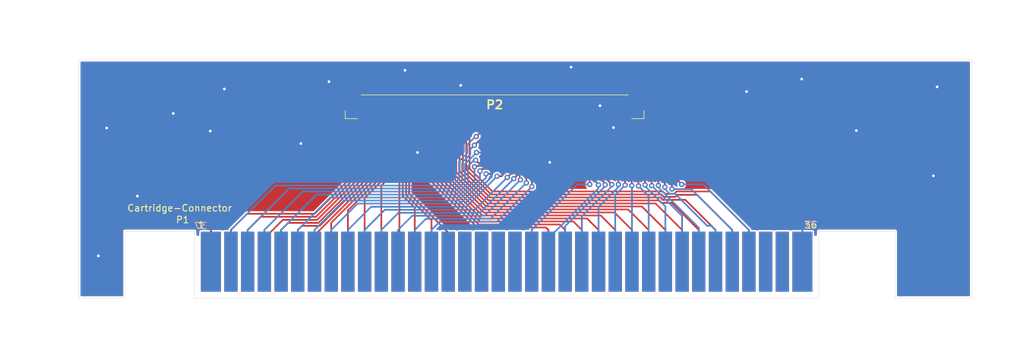
<source format=kicad_pcb>
(kicad_pcb (version 20171130) (host pcbnew "(5.1.10)-1")

  (general
    (thickness 1.6)
    (drawings 18)
    (tracks 428)
    (zones 0)
    (modules 2)
    (nets 87)
  )

  (page A4)
  (layers
    (0 F.Cu signal)
    (31 B.Cu signal)
    (32 B.Adhes user)
    (33 F.Adhes user)
    (34 B.Paste user)
    (35 F.Paste user)
    (36 B.SilkS user)
    (37 F.SilkS user)
    (38 B.Mask user)
    (39 F.Mask user)
    (40 Dwgs.User user)
    (41 Cmts.User user)
    (42 Eco1.User user)
    (43 Eco2.User user)
    (44 Edge.Cuts user)
    (45 Margin user)
    (46 B.CrtYd user)
    (47 F.CrtYd user)
    (48 B.Fab user)
    (49 F.Fab user)
  )

  (setup
    (last_trace_width 0.25)
    (user_trace_width 0.45)
    (user_trace_width 0.5)
    (user_trace_width 1.25)
    (user_trace_width 1.5)
    (trace_clearance 0.2)
    (zone_clearance 0.254)
    (zone_45_only no)
    (trace_min 0.2)
    (via_size 0.8)
    (via_drill 0.4)
    (via_min_size 0.4)
    (via_min_drill 0.3)
    (uvia_size 0.3)
    (uvia_drill 0.1)
    (uvias_allowed no)
    (uvia_min_size 0.2)
    (uvia_min_drill 0.1)
    (edge_width 0.05)
    (segment_width 0.2)
    (pcb_text_width 0.3)
    (pcb_text_size 1.5 1.5)
    (mod_edge_width 0.12)
    (mod_text_size 1 1)
    (mod_text_width 0.15)
    (pad_size 3 3)
    (pad_drill 1.5)
    (pad_to_mask_clearance 0)
    (aux_axis_origin 0 0)
    (visible_elements 7FFFFFFF)
    (pcbplotparams
      (layerselection 0x3ffff_ffffffff)
      (usegerberextensions false)
      (usegerberattributes false)
      (usegerberadvancedattributes false)
      (creategerberjobfile false)
      (excludeedgelayer true)
      (linewidth 0.100000)
      (plotframeref false)
      (viasonmask false)
      (mode 1)
      (useauxorigin false)
      (hpglpennumber 1)
      (hpglpenspeed 20)
      (hpglpendiameter 15.000000)
      (psnegative false)
      (psa4output false)
      (plotreference true)
      (plotvalue true)
      (plotinvisibletext false)
      (padsonsilk false)
      (subtractmaskfromsilk false)
      (outputformat 1)
      (mirror false)
      (drillshape 0)
      (scaleselection 1)
      (outputdirectory "C:/Users/Redherring32/Desktop/New folder/TinyTendo.git/trunk/Extract for gerbers/"))
  )

  (net 0 "")
  (net 1 /GND)
  (net 2 /PPU-D4)
  (net 3 /PPU-D5)
  (net 4 /VRAM-~CE)
  (net 5 /CPU-A14)
  (net 6 /CPU-D5)
  (net 7 /CPU-D1)
  (net 8 /CPU-D0)
  (net 9 /CPU-D3)
  (net 10 /~ROMSEL)
  (net 11 /CPU-D4)
  (net 12 /CPU-D6)
  (net 13 /PPU-~WE)
  (net 14 /CPU-D2)
  (net 15 /CPU-D7)
  (net 16 /CPU-A13)
  (net 17 /CPU-A12)
  (net 18 /M2)
  (net 19 /PPU-A11)
  (net 20 /PPU-A9)
  (net 21 /PPU-A7)
  (net 22 /PPU-A8)
  (net 23 /PPU-~A13)
  (net 24 /PPU-A10)
  (net 25 /PPU-D6)
  (net 26 /PPU-D7)
  (net 27 /PPU-A13)
  (net 28 /PPU-A12)
  (net 29 /VCC)
  (net 30 /PPU-D3)
  (net 31 /PPU-D2)
  (net 32 /PPU-D1)
  (net 33 /PPU-D0)
  (net 34 /PPU-A0)
  (net 35 /PPU-A1)
  (net 36 /PPU-A2)
  (net 37 /PPU-A3)
  (net 38 /PPU-A4)
  (net 39 /PPU-A5)
  (net 40 /PPU-A6)
  (net 41 /VRAM-A10)
  (net 42 /PPU-~RD)
  (net 43 /~IRQ)
  (net 44 /CPU-R~W)
  (net 45 /CPU-A0)
  (net 46 /CPU-A1)
  (net 47 /CPU-A2)
  (net 48 /CPU-A3)
  (net 49 /CPU-A4)
  (net 50 /CPU-A5)
  (net 51 /CPU-A6)
  (net 52 /CPU-A7)
  (net 53 /CPU-A8)
  (net 54 /CPU-A9)
  (net 55 /CPU-A10)
  (net 56 /CPU-A11)
  (net 57 "Net-(P2-Pad71)")
  (net 58 "Net-(P2-Pad70)")
  (net 59 "Net-(P2-Pad55)")
  (net 60 "Net-(P2-Pad54)")
  (net 61 "Net-(P2-Pad53)")
  (net 62 "Net-(P2-Pad52)")
  (net 63 "Net-(P2-Pad51)")
  (net 64 "Net-(P2-Pad37)")
  (net 65 "Net-(P2-Pad35)")
  (net 66 "Net-(P2-Pad34)")
  (net 67 "Net-(P2-Pad20)")
  (net 68 "Net-(P2-Pad19)")
  (net 69 "Net-(P2-Pad18)")
  (net 70 "Net-(P2-Pad17)")
  (net 71 "Net-(P2-Pad16)")
  (net 72 /SYSTEM-CLK)
  (net 73 /CIC-TO-MB)
  (net 74 /CIC-TO-CART)
  (net 75 /CIC-CLK)
  (net 76 /CIC-RST)
  (net 77 /EXP-0)
  (net 78 /EXP-1)
  (net 79 /EXP-2)
  (net 80 /EXP-3)
  (net 81 /EXP-4)
  (net 82 /EXP-9)
  (net 83 /EXP-7)
  (net 84 /EXP-6)
  (net 85 /EXP-5)
  (net 86 /EXP-8)

  (net_class Default "This is the default net class."
    (clearance 0.2)
    (trace_width 0.25)
    (via_dia 0.8)
    (via_drill 0.4)
    (uvia_dia 0.3)
    (uvia_drill 0.1)
    (add_net /CIC-CLK)
    (add_net /CIC-RST)
    (add_net /CIC-TO-CART)
    (add_net /CIC-TO-MB)
    (add_net /CPU-A0)
    (add_net /CPU-A1)
    (add_net /CPU-A10)
    (add_net /CPU-A11)
    (add_net /CPU-A12)
    (add_net /CPU-A13)
    (add_net /CPU-A14)
    (add_net /CPU-A2)
    (add_net /CPU-A3)
    (add_net /CPU-A4)
    (add_net /CPU-A5)
    (add_net /CPU-A6)
    (add_net /CPU-A7)
    (add_net /CPU-A8)
    (add_net /CPU-A9)
    (add_net /CPU-D0)
    (add_net /CPU-D1)
    (add_net /CPU-D2)
    (add_net /CPU-D3)
    (add_net /CPU-D4)
    (add_net /CPU-D5)
    (add_net /CPU-D6)
    (add_net /CPU-D7)
    (add_net /CPU-R~W)
    (add_net /EXP-0)
    (add_net /EXP-1)
    (add_net /EXP-2)
    (add_net /EXP-3)
    (add_net /EXP-4)
    (add_net /EXP-5)
    (add_net /EXP-6)
    (add_net /EXP-7)
    (add_net /EXP-8)
    (add_net /EXP-9)
    (add_net /GND)
    (add_net /M2)
    (add_net /PPU-A0)
    (add_net /PPU-A1)
    (add_net /PPU-A10)
    (add_net /PPU-A11)
    (add_net /PPU-A12)
    (add_net /PPU-A13)
    (add_net /PPU-A2)
    (add_net /PPU-A3)
    (add_net /PPU-A4)
    (add_net /PPU-A5)
    (add_net /PPU-A6)
    (add_net /PPU-A7)
    (add_net /PPU-A8)
    (add_net /PPU-A9)
    (add_net /PPU-D0)
    (add_net /PPU-D1)
    (add_net /PPU-D2)
    (add_net /PPU-D3)
    (add_net /PPU-D4)
    (add_net /PPU-D5)
    (add_net /PPU-D6)
    (add_net /PPU-D7)
    (add_net /PPU-~A13)
    (add_net /PPU-~RD)
    (add_net /PPU-~WE)
    (add_net /SYSTEM-CLK)
    (add_net /VCC)
    (add_net /VRAM-A10)
    (add_net /VRAM-~CE)
    (add_net /~IRQ)
    (add_net /~ROMSEL)
    (add_net "Net-(P2-Pad16)")
    (add_net "Net-(P2-Pad17)")
    (add_net "Net-(P2-Pad18)")
    (add_net "Net-(P2-Pad19)")
    (add_net "Net-(P2-Pad20)")
    (add_net "Net-(P2-Pad34)")
    (add_net "Net-(P2-Pad35)")
    (add_net "Net-(P2-Pad37)")
    (add_net "Net-(P2-Pad51)")
    (add_net "Net-(P2-Pad52)")
    (add_net "Net-(P2-Pad53)")
    (add_net "Net-(P2-Pad54)")
    (add_net "Net-(P2-Pad55)")
    (add_net "Net-(P2-Pad70)")
    (add_net "Net-(P2-Pad71)")
  )

  (module NESRE:NES_Edge_Connector (layer F.Cu) (tedit 5DAD00C1) (tstamp 5D999EE5)
    (at 274.155 139.515)
    (path /5D838060)
    (fp_text reference P1 (at 13.525 -0.025) (layer F.SilkS)
      (effects (font (size 1 1) (thickness 0.15)))
    )
    (fp_text value "72-Pin Connector" (at 13.725 -0.825) (layer F.Fab)
      (effects (font (size 1 1) (thickness 0.15)))
    )
    (pad 1 smd rect (at 17.75 6.25) (size 3 9) (layers F.Cu F.Paste F.Mask)
      (net 1 /GND))
    (pad 2 smd rect (at 20.75 6.25) (size 2 9) (layers F.Cu F.Paste F.Mask)
      (net 56 /CPU-A11))
    (pad 3 smd rect (at 23.25 6.25) (size 2 9) (layers F.Cu F.Paste F.Mask)
      (net 55 /CPU-A10))
    (pad 4 smd rect (at 25.75 6.25) (size 2 9) (layers F.Cu F.Paste F.Mask)
      (net 54 /CPU-A9))
    (pad 5 smd rect (at 28.25 6.25) (size 2 9) (layers F.Cu F.Paste F.Mask)
      (net 53 /CPU-A8))
    (pad 6 smd rect (at 30.75 6.25) (size 2 9) (layers F.Cu F.Paste F.Mask)
      (net 52 /CPU-A7))
    (pad 7 smd rect (at 33.25 6.25) (size 2 9) (layers F.Cu F.Paste F.Mask)
      (net 51 /CPU-A6))
    (pad 8 smd rect (at 35.75 6.25) (size 2 9) (layers F.Cu F.Paste F.Mask)
      (net 50 /CPU-A5))
    (pad 9 smd rect (at 38.25 6.25) (size 2 9) (layers F.Cu F.Paste F.Mask)
      (net 49 /CPU-A4))
    (pad 10 smd rect (at 40.75 6.25) (size 2 9) (layers F.Cu F.Paste F.Mask)
      (net 48 /CPU-A3))
    (pad 11 smd rect (at 43.25 6.25) (size 2 9) (layers F.Cu F.Paste F.Mask)
      (net 47 /CPU-A2))
    (pad 12 smd rect (at 45.75 6.25) (size 2 9) (layers F.Cu F.Paste F.Mask)
      (net 46 /CPU-A1))
    (pad 13 smd rect (at 48.25 6.25) (size 2 9) (layers F.Cu F.Paste F.Mask)
      (net 45 /CPU-A0))
    (pad 14 smd rect (at 50.75 6.25) (size 2 9) (layers F.Cu F.Paste F.Mask)
      (net 44 /CPU-R~W))
    (pad 15 smd rect (at 53.25 6.25) (size 2 9) (layers F.Cu F.Paste F.Mask)
      (net 43 /~IRQ))
    (pad 16 smd rect (at 55.75 6.25) (size 2 9) (layers F.Cu F.Paste F.Mask)
      (net 77 /EXP-0))
    (pad 17 smd rect (at 58.25 6.25) (size 2 9) (layers F.Cu F.Paste F.Mask)
      (net 78 /EXP-1))
    (pad 18 smd rect (at 60.75 6.25) (size 2 9) (layers F.Cu F.Paste F.Mask)
      (net 79 /EXP-2))
    (pad 19 smd rect (at 63.25 6.25) (size 2 9) (layers F.Cu F.Paste F.Mask)
      (net 80 /EXP-3))
    (pad 20 smd rect (at 65.75 6.25) (size 2 9) (layers F.Cu F.Paste F.Mask)
      (net 81 /EXP-4))
    (pad 21 smd rect (at 68.25 6.25) (size 2 9) (layers F.Cu F.Paste F.Mask)
      (net 42 /PPU-~RD))
    (pad 22 smd rect (at 70.75 6.25) (size 2 9) (layers F.Cu F.Paste F.Mask)
      (net 41 /VRAM-A10))
    (pad 23 smd rect (at 73.25 6.25) (size 2 9) (layers F.Cu F.Paste F.Mask)
      (net 40 /PPU-A6))
    (pad 24 smd rect (at 75.75 6.25) (size 2 9) (layers F.Cu F.Paste F.Mask)
      (net 39 /PPU-A5))
    (pad 25 smd rect (at 78.25 6.25) (size 2 9) (layers F.Cu F.Paste F.Mask)
      (net 38 /PPU-A4))
    (pad 26 smd rect (at 80.75 6.25) (size 2 9) (layers F.Cu F.Paste F.Mask)
      (net 37 /PPU-A3))
    (pad 27 smd rect (at 83.25 6.25) (size 2 9) (layers F.Cu F.Paste F.Mask)
      (net 36 /PPU-A2))
    (pad 28 smd rect (at 85.75 6.25) (size 2 9) (layers F.Cu F.Paste F.Mask)
      (net 35 /PPU-A1))
    (pad 29 smd rect (at 88.25 6.25) (size 2 9) (layers F.Cu F.Paste F.Mask)
      (net 34 /PPU-A0))
    (pad 30 smd rect (at 90.75 6.25) (size 2 9) (layers F.Cu F.Paste F.Mask)
      (net 33 /PPU-D0))
    (pad 31 smd rect (at 93.25 6.25) (size 2 9) (layers F.Cu F.Paste F.Mask)
      (net 32 /PPU-D1))
    (pad 32 smd rect (at 95.75 6.25) (size 2 9) (layers F.Cu F.Paste F.Mask)
      (net 31 /PPU-D2))
    (pad 33 smd rect (at 98.25 6.25) (size 2 9) (layers F.Cu F.Paste F.Mask)
      (net 30 /PPU-D3))
    (pad 34 smd rect (at 100.75 6.25) (size 2 9) (layers F.Cu F.Paste F.Mask)
      (net 74 /CIC-TO-CART))
    (pad 35 smd rect (at 103.25 6.25) (size 2 9) (layers F.Cu F.Paste F.Mask)
      (net 73 /CIC-TO-MB))
    (pad 36 smd rect (at 106.25 6.25) (size 3 9) (layers F.Cu F.Paste F.Mask)
      (net 29 /VCC))
    (pad 64 smd rect (at 85.75 6.25) (size 2 9) (layers B.Cu B.Paste B.Mask)
      (net 28 /PPU-A12))
    (pad 65 smd rect (at 88.25 6.25) (size 2 9) (layers B.Cu B.Paste B.Mask)
      (net 27 /PPU-A13))
    (pad 66 smd rect (at 90.75 6.25) (size 2 9) (layers B.Cu B.Paste B.Mask)
      (net 26 /PPU-D7))
    (pad 67 smd rect (at 93.25 6.25) (size 2 9) (layers B.Cu B.Paste B.Mask)
      (net 25 /PPU-D6))
    (pad 63 smd rect (at 83.25 6.25) (size 2 9) (layers B.Cu B.Paste B.Mask)
      (net 24 /PPU-A10))
    (pad 58 smd rect (at 70.75 6.25) (size 2 9) (layers B.Cu B.Paste B.Mask)
      (net 23 /PPU-~A13))
    (pad 60 smd rect (at 75.75 6.25) (size 2 9) (layers B.Cu B.Paste B.Mask)
      (net 22 /PPU-A8))
    (pad 59 smd rect (at 73.25 6.25) (size 2 9) (layers B.Cu B.Paste B.Mask)
      (net 21 /PPU-A7))
    (pad 61 smd rect (at 78.25 6.25) (size 2 9) (layers B.Cu B.Paste B.Mask)
      (net 20 /PPU-A9))
    (pad 62 smd rect (at 80.75 6.25) (size 2 9) (layers B.Cu B.Paste B.Mask)
      (net 19 /PPU-A11))
    (pad 37 smd rect (at 17.75 6.25) (size 3 9) (layers B.Cu B.Paste B.Mask)
      (net 72 /SYSTEM-CLK))
    (pad 38 smd rect (at 20.75 6.25) (size 2 9) (layers B.Cu B.Paste B.Mask)
      (net 18 /M2))
    (pad 39 smd rect (at 23.25 6.25) (size 2 9) (layers B.Cu B.Paste B.Mask)
      (net 17 /CPU-A12))
    (pad 40 smd rect (at 25.75 6.25) (size 2 9) (layers B.Cu B.Paste B.Mask)
      (net 16 /CPU-A13))
    (pad 53 smd rect (at 58.25 6.25) (size 2 9) (layers B.Cu B.Paste B.Mask)
      (net 83 /EXP-7))
    (pad 51 smd rect (at 53.25 6.25) (size 2 9) (layers B.Cu B.Paste B.Mask)
      (net 82 /EXP-9))
    (pad 52 smd rect (at 55.75 6.25) (size 2 9) (layers B.Cu B.Paste B.Mask)
      (net 86 /EXP-8))
    (pad 42 smd rect (at 30.75 6.25) (size 2 9) (layers B.Cu B.Paste B.Mask)
      (net 15 /CPU-D7))
    (pad 47 smd rect (at 43.25 6.25) (size 2 9) (layers B.Cu B.Paste B.Mask)
      (net 14 /CPU-D2))
    (pad 56 smd rect (at 65.75 6.25) (size 2 9) (layers B.Cu B.Paste B.Mask)
      (net 13 /PPU-~WE))
    (pad 43 smd rect (at 33.25 6.25) (size 2 9) (layers B.Cu B.Paste B.Mask)
      (net 12 /CPU-D6))
    (pad 45 smd rect (at 38.25 6.25) (size 2 9) (layers B.Cu B.Paste B.Mask)
      (net 11 /CPU-D4))
    (pad 50 smd rect (at 50.75 6.25) (size 2 9) (layers B.Cu B.Paste B.Mask)
      (net 10 /~ROMSEL))
    (pad 46 smd rect (at 40.75 6.25) (size 2 9) (layers B.Cu B.Paste B.Mask)
      (net 9 /CPU-D3))
    (pad 49 smd rect (at 48.25 6.25) (size 2 9) (layers B.Cu B.Paste B.Mask)
      (net 8 /CPU-D0))
    (pad 55 smd rect (at 63.25 6.25) (size 2 9) (layers B.Cu B.Paste B.Mask)
      (net 85 /EXP-5))
    (pad 48 smd rect (at 45.75 6.25) (size 2 9) (layers B.Cu B.Paste B.Mask)
      (net 7 /CPU-D1))
    (pad 44 smd rect (at 35.75 6.25) (size 2 9) (layers B.Cu B.Paste B.Mask)
      (net 6 /CPU-D5))
    (pad 41 smd rect (at 28.25 6.25) (size 2 9) (layers B.Cu B.Paste B.Mask)
      (net 5 /CPU-A14))
    (pad 54 smd rect (at 60.75 6.25) (size 2 9) (layers B.Cu B.Paste B.Mask)
      (net 84 /EXP-6))
    (pad 57 smd rect (at 68.25 6.25) (size 2 9) (layers B.Cu B.Paste B.Mask)
      (net 4 /VRAM-~CE))
    (pad 68 smd rect (at 95.75 6.25) (size 2 9) (layers B.Cu B.Paste B.Mask)
      (net 3 /PPU-D5))
    (pad 69 smd rect (at 98.25 6.25) (size 2 9) (layers B.Cu B.Paste B.Mask)
      (net 2 /PPU-D4))
    (pad 70 smd rect (at 100.75 6.25) (size 2 9) (layers B.Cu B.Paste B.Mask)
      (net 76 /CIC-RST))
    (pad 71 smd rect (at 103.25 6.25) (size 2 9) (layers B.Cu B.Paste B.Mask)
      (net 75 /CIC-CLK))
    (pad 72 smd rect (at 106.25 6.25) (size 3 9) (layers B.Cu B.Paste B.Mask)
      (net 1 /GND))
  )

  (module SamacSys_Parts:5051108091 (layer F.Cu) (tedit 605DFA78) (tstamp 614429BA)
    (at 334.36 122.11 180)
    (descr 505110-8091-2)
    (tags Connector)
    (path /613EE4AA)
    (attr smd)
    (fp_text reference P2 (at 0 -0.15) (layer F.SilkS)
      (effects (font (size 1.27 1.27) (thickness 0.254)))
    )
    (fp_text value "72-Pin Connector" (at 0 -0.15) (layer F.SilkS) hide
      (effects (font (size 1.27 1.27) (thickness 0.254)))
    )
    (fp_line (start -20 1.325) (end 20 1.325) (layer F.SilkS) (width 0.1))
    (fp_line (start -22.35 -2.225) (end -22.35 -1) (layer F.SilkS) (width 0.1))
    (fp_line (start -20.5 -2.225) (end -22.35 -2.225) (layer F.SilkS) (width 0.1))
    (fp_line (start 22.35 -2.225) (end 22.35 -1) (layer F.SilkS) (width 0.1))
    (fp_line (start 20.5 -2.225) (end 22.35 -2.225) (layer F.SilkS) (width 0.1))
    (fp_line (start -23.55 3.125) (end -23.55 -3.425) (layer F.CrtYd) (width 0.1))
    (fp_line (start 23.55 3.125) (end -23.55 3.125) (layer F.CrtYd) (width 0.1))
    (fp_line (start 23.55 -3.425) (end 23.55 3.125) (layer F.CrtYd) (width 0.1))
    (fp_line (start -23.55 -3.425) (end 23.55 -3.425) (layer F.CrtYd) (width 0.1))
    (fp_line (start -21.55 2.625) (end -21.55 1.325) (layer F.Fab) (width 0.2))
    (fp_line (start 21.55 2.625) (end -21.55 2.625) (layer F.Fab) (width 0.2))
    (fp_line (start 21.55 1.325) (end 21.55 2.625) (layer F.Fab) (width 0.2))
    (fp_line (start -21.55 1.325) (end 21.55 1.325) (layer F.Fab) (width 0.2))
    (fp_line (start -22.35 -2.625) (end -22.35 -2.225) (layer F.Fab) (width 0.2))
    (fp_line (start -21.95 -2.625) (end -22.35 -2.625) (layer F.Fab) (width 0.2))
    (fp_line (start -21.95 -2.225) (end -21.95 -2.625) (layer F.Fab) (width 0.2))
    (fp_line (start -22.35 -2.225) (end -21.95 -2.225) (layer F.Fab) (width 0.2))
    (fp_line (start 22.35 -2.625) (end 22.35 -2.225) (layer F.Fab) (width 0.2))
    (fp_line (start 21.95 -2.625) (end 22.35 -2.625) (layer F.Fab) (width 0.2))
    (fp_line (start 21.95 -2.225) (end 21.95 -2.625) (layer F.Fab) (width 0.2))
    (fp_line (start 22.35 -2.225) (end 21.95 -2.225) (layer F.Fab) (width 0.2))
    (fp_line (start -22.35 1.325) (end -22.35 -2.225) (layer F.Fab) (width 0.2))
    (fp_line (start 22.35 1.325) (end -22.35 1.325) (layer F.Fab) (width 0.2))
    (fp_line (start 22.35 -2.225) (end 22.35 1.325) (layer F.Fab) (width 0.2))
    (fp_line (start -22.35 -2.225) (end 22.35 -2.225) (layer F.Fab) (width 0.2))
    (fp_text user %R (at 0 -0.15) (layer F.Fab)
      (effects (font (size 1.27 1.27) (thickness 0.254)))
    )
    (pad MP2 smd rect (at -22.05 0.275 270) (size 1.3 2) (layers F.Cu F.Paste F.Mask))
    (pad MP1 smd rect (at 22.05 0.275 270) (size 1.3 2) (layers F.Cu F.Paste F.Mask))
    (pad 80 smd rect (at -19.75 -2.425 180) (size 0.3 1) (layers F.Cu F.Paste F.Mask))
    (pad 79 smd rect (at -19.25 -2.425 180) (size 0.3 1) (layers F.Cu F.Paste F.Mask))
    (pad 78 smd rect (at -18.75 -2.425 180) (size 0.3 1) (layers F.Cu F.Paste F.Mask))
    (pad 77 smd rect (at -18.25 -2.425 180) (size 0.3 1) (layers F.Cu F.Paste F.Mask))
    (pad 76 smd rect (at -17.75 -2.425 180) (size 0.3 1) (layers F.Cu F.Paste F.Mask))
    (pad 75 smd rect (at -17.25 -2.425 180) (size 0.3 1) (layers F.Cu F.Paste F.Mask))
    (pad 74 smd rect (at -16.75 -2.425 180) (size 0.3 1) (layers F.Cu F.Paste F.Mask))
    (pad 73 smd rect (at -16.25 -2.425 180) (size 0.3 1) (layers F.Cu F.Paste F.Mask))
    (pad 72 smd rect (at -15.75 -2.425 180) (size 0.3 1) (layers F.Cu F.Paste F.Mask)
      (net 1 /GND))
    (pad 71 smd rect (at -15.25 -2.425 180) (size 0.3 1) (layers F.Cu F.Paste F.Mask)
      (net 57 "Net-(P2-Pad71)"))
    (pad 70 smd rect (at -14.75 -2.425 180) (size 0.3 1) (layers F.Cu F.Paste F.Mask)
      (net 58 "Net-(P2-Pad70)"))
    (pad 69 smd rect (at -14.25 -2.425 180) (size 0.3 1) (layers F.Cu F.Paste F.Mask)
      (net 2 /PPU-D4))
    (pad 68 smd rect (at -13.75 -2.425 180) (size 0.3 1) (layers F.Cu F.Paste F.Mask)
      (net 3 /PPU-D5))
    (pad 67 smd rect (at -13.25 -2.425 180) (size 0.3 1) (layers F.Cu F.Paste F.Mask)
      (net 25 /PPU-D6))
    (pad 66 smd rect (at -12.75 -2.425 180) (size 0.3 1) (layers F.Cu F.Paste F.Mask)
      (net 26 /PPU-D7))
    (pad 65 smd rect (at -12.25 -2.425 180) (size 0.3 1) (layers F.Cu F.Paste F.Mask)
      (net 27 /PPU-A13))
    (pad 64 smd rect (at -11.75 -2.425 180) (size 0.3 1) (layers F.Cu F.Paste F.Mask)
      (net 28 /PPU-A12))
    (pad 63 smd rect (at -11.25 -2.425 180) (size 0.3 1) (layers F.Cu F.Paste F.Mask)
      (net 24 /PPU-A10))
    (pad 62 smd rect (at -10.75 -2.425 180) (size 0.3 1) (layers F.Cu F.Paste F.Mask)
      (net 19 /PPU-A11))
    (pad 61 smd rect (at -10.25 -2.425 180) (size 0.3 1) (layers F.Cu F.Paste F.Mask)
      (net 20 /PPU-A9))
    (pad 60 smd rect (at -9.75 -2.425 180) (size 0.3 1) (layers F.Cu F.Paste F.Mask)
      (net 22 /PPU-A8))
    (pad 59 smd rect (at -9.25 -2.425 180) (size 0.3 1) (layers F.Cu F.Paste F.Mask)
      (net 21 /PPU-A7))
    (pad 58 smd rect (at -8.75 -2.425 180) (size 0.3 1) (layers F.Cu F.Paste F.Mask)
      (net 23 /PPU-~A13))
    (pad 57 smd rect (at -8.25 -2.425 180) (size 0.3 1) (layers F.Cu F.Paste F.Mask)
      (net 4 /VRAM-~CE))
    (pad 56 smd rect (at -7.75 -2.425 180) (size 0.3 1) (layers F.Cu F.Paste F.Mask)
      (net 13 /PPU-~WE))
    (pad 55 smd rect (at -7.25 -2.425 180) (size 0.3 1) (layers F.Cu F.Paste F.Mask)
      (net 59 "Net-(P2-Pad55)"))
    (pad 54 smd rect (at -6.75 -2.425 180) (size 0.3 1) (layers F.Cu F.Paste F.Mask)
      (net 60 "Net-(P2-Pad54)"))
    (pad 53 smd rect (at -6.25 -2.425 180) (size 0.3 1) (layers F.Cu F.Paste F.Mask)
      (net 61 "Net-(P2-Pad53)"))
    (pad 52 smd rect (at -5.75 -2.425 180) (size 0.3 1) (layers F.Cu F.Paste F.Mask)
      (net 62 "Net-(P2-Pad52)"))
    (pad 51 smd rect (at -5.25 -2.425 180) (size 0.3 1) (layers F.Cu F.Paste F.Mask)
      (net 63 "Net-(P2-Pad51)"))
    (pad 50 smd rect (at -4.75 -2.425 180) (size 0.3 1) (layers F.Cu F.Paste F.Mask)
      (net 10 /~ROMSEL))
    (pad 49 smd rect (at -4.25 -2.425 180) (size 0.3 1) (layers F.Cu F.Paste F.Mask)
      (net 8 /CPU-D0))
    (pad 48 smd rect (at -3.75 -2.425 180) (size 0.3 1) (layers F.Cu F.Paste F.Mask)
      (net 7 /CPU-D1))
    (pad 47 smd rect (at -3.25 -2.425 180) (size 0.3 1) (layers F.Cu F.Paste F.Mask)
      (net 14 /CPU-D2))
    (pad 46 smd rect (at -2.75 -2.425 180) (size 0.3 1) (layers F.Cu F.Paste F.Mask)
      (net 9 /CPU-D3))
    (pad 45 smd rect (at -2.25 -2.425 180) (size 0.3 1) (layers F.Cu F.Paste F.Mask)
      (net 11 /CPU-D4))
    (pad 44 smd rect (at -1.75 -2.425 180) (size 0.3 1) (layers F.Cu F.Paste F.Mask)
      (net 6 /CPU-D5))
    (pad 43 smd rect (at -1.25 -2.425 180) (size 0.3 1) (layers F.Cu F.Paste F.Mask)
      (net 12 /CPU-D6))
    (pad 42 smd rect (at -0.75 -2.425 180) (size 0.3 1) (layers F.Cu F.Paste F.Mask)
      (net 15 /CPU-D7))
    (pad 41 smd rect (at -0.25 -2.425 180) (size 0.3 1) (layers F.Cu F.Paste F.Mask)
      (net 5 /CPU-A14))
    (pad 40 smd rect (at 0.25 -2.425 180) (size 0.3 1) (layers F.Cu F.Paste F.Mask)
      (net 16 /CPU-A13))
    (pad 39 smd rect (at 0.75 -2.425 180) (size 0.3 1) (layers F.Cu F.Paste F.Mask)
      (net 17 /CPU-A12))
    (pad 38 smd rect (at 1.25 -2.425 180) (size 0.3 1) (layers F.Cu F.Paste F.Mask)
      (net 18 /M2))
    (pad 37 smd rect (at 1.75 -2.425 180) (size 0.3 1) (layers F.Cu F.Paste F.Mask)
      (net 64 "Net-(P2-Pad37)"))
    (pad 36 smd rect (at 2.25 -2.425 180) (size 0.3 1) (layers F.Cu F.Paste F.Mask)
      (net 29 /VCC))
    (pad 35 smd rect (at 2.75 -2.425 180) (size 0.3 1) (layers F.Cu F.Paste F.Mask)
      (net 65 "Net-(P2-Pad35)"))
    (pad 34 smd rect (at 3.25 -2.425 180) (size 0.3 1) (layers F.Cu F.Paste F.Mask)
      (net 66 "Net-(P2-Pad34)"))
    (pad 33 smd rect (at 3.75 -2.425 180) (size 0.3 1) (layers F.Cu F.Paste F.Mask)
      (net 30 /PPU-D3))
    (pad 32 smd rect (at 4.25 -2.425 180) (size 0.3 1) (layers F.Cu F.Paste F.Mask)
      (net 31 /PPU-D2))
    (pad 31 smd rect (at 4.75 -2.425 180) (size 0.3 1) (layers F.Cu F.Paste F.Mask)
      (net 32 /PPU-D1))
    (pad 30 smd rect (at 5.25 -2.425 180) (size 0.3 1) (layers F.Cu F.Paste F.Mask)
      (net 33 /PPU-D0))
    (pad 29 smd rect (at 5.75 -2.425 180) (size 0.3 1) (layers F.Cu F.Paste F.Mask)
      (net 34 /PPU-A0))
    (pad 28 smd rect (at 6.25 -2.425 180) (size 0.3 1) (layers F.Cu F.Paste F.Mask)
      (net 35 /PPU-A1))
    (pad 27 smd rect (at 6.75 -2.425 180) (size 0.3 1) (layers F.Cu F.Paste F.Mask)
      (net 36 /PPU-A2))
    (pad 26 smd rect (at 7.25 -2.425 180) (size 0.3 1) (layers F.Cu F.Paste F.Mask)
      (net 37 /PPU-A3))
    (pad 25 smd rect (at 7.75 -2.425 180) (size 0.3 1) (layers F.Cu F.Paste F.Mask)
      (net 38 /PPU-A4))
    (pad 24 smd rect (at 8.25 -2.425 180) (size 0.3 1) (layers F.Cu F.Paste F.Mask)
      (net 39 /PPU-A5))
    (pad 23 smd rect (at 8.75 -2.425 180) (size 0.3 1) (layers F.Cu F.Paste F.Mask)
      (net 40 /PPU-A6))
    (pad 22 smd rect (at 9.25 -2.425 180) (size 0.3 1) (layers F.Cu F.Paste F.Mask)
      (net 41 /VRAM-A10))
    (pad 21 smd rect (at 9.75 -2.425 180) (size 0.3 1) (layers F.Cu F.Paste F.Mask)
      (net 42 /PPU-~RD))
    (pad 20 smd rect (at 10.25 -2.425 180) (size 0.3 1) (layers F.Cu F.Paste F.Mask)
      (net 67 "Net-(P2-Pad20)"))
    (pad 19 smd rect (at 10.75 -2.425 180) (size 0.3 1) (layers F.Cu F.Paste F.Mask)
      (net 68 "Net-(P2-Pad19)"))
    (pad 18 smd rect (at 11.25 -2.425 180) (size 0.3 1) (layers F.Cu F.Paste F.Mask)
      (net 69 "Net-(P2-Pad18)"))
    (pad 17 smd rect (at 11.75 -2.425 180) (size 0.3 1) (layers F.Cu F.Paste F.Mask)
      (net 70 "Net-(P2-Pad17)"))
    (pad 16 smd rect (at 12.25 -2.425 180) (size 0.3 1) (layers F.Cu F.Paste F.Mask)
      (net 71 "Net-(P2-Pad16)"))
    (pad 15 smd rect (at 12.75 -2.425 180) (size 0.3 1) (layers F.Cu F.Paste F.Mask)
      (net 43 /~IRQ))
    (pad 14 smd rect (at 13.25 -2.425 180) (size 0.3 1) (layers F.Cu F.Paste F.Mask)
      (net 44 /CPU-R~W))
    (pad 13 smd rect (at 13.75 -2.425 180) (size 0.3 1) (layers F.Cu F.Paste F.Mask)
      (net 45 /CPU-A0))
    (pad 12 smd rect (at 14.25 -2.425 180) (size 0.3 1) (layers F.Cu F.Paste F.Mask)
      (net 46 /CPU-A1))
    (pad 11 smd rect (at 14.75 -2.425 180) (size 0.3 1) (layers F.Cu F.Paste F.Mask)
      (net 47 /CPU-A2))
    (pad 10 smd rect (at 15.25 -2.425 180) (size 0.3 1) (layers F.Cu F.Paste F.Mask)
      (net 48 /CPU-A3))
    (pad 9 smd rect (at 15.75 -2.425 180) (size 0.3 1) (layers F.Cu F.Paste F.Mask)
      (net 49 /CPU-A4))
    (pad 8 smd rect (at 16.25 -2.425 180) (size 0.3 1) (layers F.Cu F.Paste F.Mask)
      (net 50 /CPU-A5))
    (pad 7 smd rect (at 16.75 -2.425 180) (size 0.3 1) (layers F.Cu F.Paste F.Mask)
      (net 51 /CPU-A6))
    (pad 6 smd rect (at 17.25 -2.425 180) (size 0.3 1) (layers F.Cu F.Paste F.Mask)
      (net 52 /CPU-A7))
    (pad 5 smd rect (at 17.75 -2.425 180) (size 0.3 1) (layers F.Cu F.Paste F.Mask)
      (net 53 /CPU-A8))
    (pad 4 smd rect (at 18.25 -2.425 180) (size 0.3 1) (layers F.Cu F.Paste F.Mask)
      (net 54 /CPU-A9))
    (pad 3 smd rect (at 18.75 -2.425 180) (size 0.3 1) (layers F.Cu F.Paste F.Mask)
      (net 55 /CPU-A10))
    (pad 2 smd rect (at 19.25 -2.425 180) (size 0.3 1) (layers F.Cu F.Paste F.Mask)
      (net 56 /CPU-A11))
    (pad 1 smd rect (at 19.75 -2.425 180) (size 0.3 1) (layers F.Cu F.Paste F.Mask)
      (net 1 /GND))
    (model ${KIPRJMOD}/5051108091.stp
      (at (xyz 0 0 0))
      (scale (xyz 1 1 1))
      (rotate (xyz 0 0 0))
    )
  )

  (gr_line (start 405.74 115.52) (end 405.74 151.21) (layer Edge.Cuts) (width 0.05))
  (gr_line (start 394.63 115.52) (end 405.74 115.52) (layer Edge.Cuts) (width 0.05))
  (gr_line (start 272.12 115.52) (end 394.63 115.52) (layer Edge.Cuts) (width 0.05))
  (gr_line (start 272.12 151.215) (end 272.12 115.52) (layer Edge.Cuts) (width 0.05))
  (gr_line (start 289.455 151.215) (end 382.855 151.215) (layer Edge.Cuts) (width 0.05) (tstamp 5D50BA84))
  (gr_text Cartridge-Connector (at 287.23 137.74) (layer F.SilkS)
    (effects (font (size 1 1) (thickness 0.15)))
  )
  (gr_text 1 (at 290.43 140.29) (layer F.SilkS)
    (effects (font (size 1 1) (thickness 0.15)))
  )
  (gr_text 36 (at 381.655 140.265) (layer F.SilkS)
    (effects (font (size 1 1) (thickness 0.15)))
  )
  (gr_text 72 (at 381.705 140.315) (layer B.SilkS)
    (effects (font (size 1 1) (thickness 0.15)) (justify mirror))
  )
  (gr_text 37 (at 290.38 140.415) (layer B.SilkS)
    (effects (font (size 1 1) (thickness 0.15)) (justify mirror))
  )
  (gr_line (start 394.28 151.215) (end 394.28 141.215) (layer Edge.Cuts) (width 0.05) (tstamp 5D50BABC))
  (gr_line (start 382.855 151.215) (end 382.855 141.215) (layer Edge.Cuts) (width 0.05) (tstamp 5D50BA99))
  (gr_line (start 279.055 151.215) (end 279.055 141.215) (layer Edge.Cuts) (width 0.05) (tstamp 5D50BA23))
  (gr_line (start 279.055 141.215) (end 289.455 141.215) (layer Edge.Cuts) (width 0.05) (tstamp 5D50BA39))
  (gr_line (start 272.12 151.215) (end 279.055 151.215) (layer Edge.Cuts) (width 0.05) (tstamp 5D50BA0D))
  (gr_line (start 382.855 141.215) (end 394.28 141.215) (layer Edge.Cuts) (width 0.05) (tstamp 5D50BAAB))
  (gr_line (start 289.455 151.215) (end 289.455 141.215) (layer Edge.Cuts) (width 0.05) (tstamp 5D50BA4B))
  (gr_line (start 394.28 151.215) (end 405.74 151.21) (layer Edge.Cuts) (width 0.05) (tstamp 5D50BAD3))

  (via (at 350.12 122.4) (size 0.8) (drill 0.4) (layers F.Cu B.Cu) (net 1))
  (segment (start 350.12 124.525) (end 350.11 124.535) (width 0.25) (layer F.Cu) (net 1))
  (segment (start 350.12 122.4) (end 350.12 124.525) (width 0.25) (layer F.Cu) (net 1))
  (via (at 352.14 125.68) (size 0.8) (drill 0.4) (layers F.Cu B.Cu) (net 1))
  (segment (start 352.14 125.68) (end 350.29 125.68) (width 0.25) (layer F.Cu) (net 1))
  (segment (start 350.11 125.5) (end 350.11 124.535) (width 0.25) (layer F.Cu) (net 1))
  (segment (start 350.29 125.68) (end 350.11 125.5) (width 0.25) (layer F.Cu) (net 1))
  (via (at 400.56 119.58) (size 0.8) (drill 0.4) (layers F.Cu B.Cu) (net 1))
  (via (at 400.01 132.9) (size 0.8) (drill 0.4) (layers F.Cu B.Cu) (net 1))
  (via (at 388.48 126.13) (size 0.8) (drill 0.4) (layers F.Cu B.Cu) (net 1))
  (via (at 380.3 118.41) (size 0.8) (drill 0.4) (layers F.Cu B.Cu) (net 1))
  (via (at 372.05 120.28) (size 0.8) (drill 0.4) (layers F.Cu B.Cu) (net 1))
  (via (at 345.8 116.62) (size 0.8) (drill 0.4) (layers F.Cu B.Cu) (net 1))
  (via (at 329.28 119.35) (size 0.8) (drill 0.4) (layers F.Cu B.Cu) (net 1))
  (via (at 320.95 117.09) (size 0.8) (drill 0.4) (layers F.Cu B.Cu) (net 1))
  (via (at 309.57 118.8) (size 0.8) (drill 0.4) (layers F.Cu B.Cu) (net 1))
  (via (at 305.37 128.07) (size 0.8) (drill 0.4) (layers F.Cu B.Cu) (net 1))
  (via (at 286.28 123.56) (size 0.8) (drill 0.4) (layers F.Cu B.Cu) (net 1))
  (via (at 280.91 135.94) (size 0.8) (drill 0.4) (layers F.Cu B.Cu) (net 1))
  (via (at 275.07 144.9) (size 0.8) (drill 0.4) (layers F.Cu B.Cu) (net 1))
  (via (at 276.31 125.74) (size 0.8) (drill 0.4) (layers F.Cu B.Cu) (net 1))
  (via (at 291.81 126.2) (size 0.8) (drill 0.4) (layers F.Cu B.Cu) (net 1))
  (via (at 293.92 119.89) (size 0.8) (drill 0.4) (layers F.Cu B.Cu) (net 1))
  (via (at 342.6 130.88) (size 0.8) (drill 0.4) (layers F.Cu B.Cu) (net 1))
  (via (at 322.82 129.4) (size 0.8) (drill 0.4) (layers F.Cu B.Cu) (net 1))
  (segment (start 291.905 141.015) (end 291.905 145.765) (width 0.25) (layer F.Cu) (net 1))
  (segment (start 286.83 135.94) (end 291.905 141.015) (width 0.25) (layer F.Cu) (net 1))
  (segment (start 280.91 135.94) (end 286.83 135.94) (width 0.25) (layer F.Cu) (net 1))
  (segment (start 380.405 134.205) (end 388.48 126.13) (width 0.25) (layer B.Cu) (net 1))
  (segment (start 380.405 145.765) (end 380.405 134.205) (width 0.25) (layer B.Cu) (net 1))
  (via (at 362.35 134.18) (size 0.8) (drill 0.4) (layers F.Cu B.Cu) (net 2))
  (segment (start 365.57 134.18) (end 362.35 134.18) (width 0.25) (layer B.Cu) (net 2))
  (segment (start 372.405 141.015) (end 365.57 134.18) (width 0.25) (layer B.Cu) (net 2))
  (segment (start 372.405 145.765) (end 372.405 141.015) (width 0.25) (layer B.Cu) (net 2))
  (segment (start 348.61 125.256669) (end 348.61 124.535) (width 0.25) (layer F.Cu) (net 2))
  (segment (start 349.843327 126.489997) (end 348.61 125.256669) (width 0.25) (layer F.Cu) (net 2))
  (segment (start 354.659997 126.489997) (end 349.843327 126.489997) (width 0.25) (layer F.Cu) (net 2))
  (segment (start 362.35 134.18) (end 354.659997 126.489997) (width 0.25) (layer F.Cu) (net 2))
  (segment (start 369.830001 145.690001) (end 369.905 145.765) (width 0.25) (layer B.Cu) (net 3))
  (via (at 360.886132 134.875757) (size 0.8) (drill 0.4) (layers F.Cu B.Cu) (net 3))
  (segment (start 369.905 145.765) (end 369.905 141.015) (width 0.25) (layer B.Cu) (net 3))
  (segment (start 360.915376 134.905001) (end 360.886132 134.875757) (width 0.25) (layer B.Cu) (net 3))
  (segment (start 363.795001 134.905001) (end 360.915376 134.905001) (width 0.25) (layer B.Cu) (net 3))
  (segment (start 369.905 141.015) (end 363.795001 134.905001) (width 0.25) (layer B.Cu) (net 3))
  (segment (start 353.516068 126.940008) (end 360.886132 134.310072) (width 0.25) (layer F.Cu) (net 3))
  (segment (start 360.886132 134.310072) (end 360.886132 134.875757) (width 0.25) (layer F.Cu) (net 3))
  (segment (start 349.656928 126.940008) (end 353.516068 126.940008) (width 0.25) (layer F.Cu) (net 3))
  (segment (start 348.11 125.393079) (end 349.656928 126.940008) (width 0.25) (layer F.Cu) (net 3))
  (segment (start 348.11 124.535) (end 348.11 125.393079) (width 0.25) (layer F.Cu) (net 3))
  (segment (start 342.305 145.665) (end 342.405 145.765) (width 0.25) (layer B.Cu) (net 4))
  (segment (start 342.405 145.765) (end 342.405 142.265) (width 0.25) (layer B.Cu) (net 4))
  (segment (start 349.888944 134.781056) (end 349.888944 134.262203) (width 0.25) (layer B.Cu) (net 4))
  (segment (start 342.405 142.265) (end 349.888944 134.781056) (width 0.25) (layer B.Cu) (net 4))
  (via (at 349.888944 134.262203) (size 0.8) (drill 0.4) (layers F.Cu B.Cu) (net 4))
  (segment (start 342.61 124.535) (end 342.61 126.89359) (width 0.25) (layer F.Cu) (net 4))
  (segment (start 349.888944 134.172534) (end 349.888944 134.262203) (width 0.25) (layer F.Cu) (net 4))
  (segment (start 342.61 126.89359) (end 349.888944 134.172534) (width 0.25) (layer F.Cu) (net 4))
  (via (at 331.521408 130.564243) (size 0.8) (drill 0.4) (layers F.Cu B.Cu) (net 5))
  (segment (start 334.61 130.04) (end 334.61 124.535) (width 0.25) (layer F.Cu) (net 5))
  (segment (start 333.67 130.98) (end 334.61 130.04) (width 0.25) (layer F.Cu) (net 5))
  (segment (start 331.937165 130.98) (end 333.67 130.98) (width 0.25) (layer F.Cu) (net 5))
  (segment (start 331.521408 130.564243) (end 331.937165 130.98) (width 0.25) (layer F.Cu) (net 5))
  (segment (start 331.262755 130.564243) (end 331.521408 130.564243) (width 0.25) (layer B.Cu) (net 5))
  (segment (start 302.405 145.765) (end 302.405 141.015) (width 0.25) (layer B.Cu) (net 5))
  (segment (start 302.405 141.015) (end 307.710026 135.709974) (width 0.25) (layer B.Cu) (net 5))
  (segment (start 330.380001 133.95641) (end 330.380001 131.446997) (width 0.25) (layer B.Cu) (net 5))
  (segment (start 330.380001 131.446997) (end 331.262755 130.564243) (width 0.25) (layer B.Cu) (net 5))
  (segment (start 328.626437 135.709974) (end 330.380001 133.95641) (width 0.25) (layer B.Cu) (net 5))
  (segment (start 307.710026 135.709974) (end 328.626437 135.709974) (width 0.25) (layer B.Cu) (net 5))
  (segment (start 336.11 124.535) (end 336.11 130.449233) (width 0.25) (layer F.Cu) (net 6))
  (segment (start 336.11 130.449233) (end 333.954201 132.605032) (width 0.25) (layer F.Cu) (net 6))
  (segment (start 333.954201 132.605032) (end 333.077113 132.605032) (width 0.25) (layer F.Cu) (net 6))
  (via (at 333.077113 132.605032) (size 0.8) (drill 0.4) (layers F.Cu B.Cu) (net 6))
  (segment (start 333.077113 133.170717) (end 333.077113 132.605032) (width 0.25) (layer B.Cu) (net 6))
  (segment (start 309.905 141.015) (end 313.859993 137.060007) (width 0.25) (layer B.Cu) (net 6))
  (segment (start 309.905 145.765) (end 309.905 141.015) (width 0.25) (layer B.Cu) (net 6))
  (segment (start 313.859993 137.060007) (end 329.187823 137.060007) (width 0.25) (layer B.Cu) (net 6))
  (segment (start 329.187823 137.060007) (end 333.077113 133.170717) (width 0.25) (layer B.Cu) (net 6))
  (via (at 338.218058 133.496593) (size 0.8) (drill 0.4) (layers F.Cu B.Cu) (net 7))
  (segment (start 338.11 133.388535) (end 338.218058 133.496593) (width 0.25) (layer F.Cu) (net 7))
  (segment (start 338.11 124.535) (end 338.11 133.388535) (width 0.25) (layer F.Cu) (net 7))
  (segment (start 319.905 145.765) (end 319.905 141.015) (width 0.25) (layer B.Cu) (net 7))
  (segment (start 319.905 141.015) (end 322.029978 138.890022) (width 0.25) (layer B.Cu) (net 7))
  (segment (start 322.029978 138.890022) (end 332.824629 138.890022) (width 0.25) (layer B.Cu) (net 7))
  (segment (start 332.824629 138.890022) (end 338.218058 133.496593) (width 0.25) (layer B.Cu) (net 7))
  (via (at 339.104815 133.958855) (size 0.8) (drill 0.4) (layers F.Cu B.Cu) (net 8))
  (segment (start 322.405 145.765) (end 322.405 141.015) (width 0.25) (layer B.Cu) (net 8))
  (segment (start 322.405 141.015) (end 324.079967 139.340033) (width 0.25) (layer B.Cu) (net 8))
  (segment (start 324.079967 139.340033) (end 333.723637 139.340033) (width 0.25) (layer B.Cu) (net 8))
  (segment (start 333.723637 139.340033) (end 339.104815 133.958855) (width 0.25) (layer B.Cu) (net 8))
  (segment (start 338.61 124.535) (end 338.61 132.815533) (width 0.25) (layer F.Cu) (net 8))
  (segment (start 338.61 132.815533) (end 339.104815 133.310348) (width 0.25) (layer F.Cu) (net 8))
  (segment (start 339.104815 133.310348) (end 339.104815 133.958855) (width 0.25) (layer F.Cu) (net 8))
  (segment (start 314.905 145.765) (end 314.905 141.015) (width 0.25) (layer B.Cu) (net 9))
  (segment (start 317.929999 137.990001) (end 331.394551 137.990001) (width 0.25) (layer B.Cu) (net 9))
  (segment (start 331.394551 137.990001) (end 336.251629 133.132923) (width 0.25) (layer B.Cu) (net 9))
  (segment (start 337.11 132.274552) (end 336.251629 133.132923) (width 0.25) (layer F.Cu) (net 9))
  (segment (start 314.905 141.015) (end 317.929999 137.990001) (width 0.25) (layer B.Cu) (net 9))
  (segment (start 337.11 124.535) (end 337.11 132.274552) (width 0.25) (layer F.Cu) (net 9))
  (via (at 336.251629 133.132923) (size 0.8) (drill 0.4) (layers F.Cu B.Cu) (net 9))
  (segment (start 334.662772 139.790044) (end 339.931981 134.520835) (width 0.25) (layer B.Cu) (net 10))
  (segment (start 324.905 145.765) (end 324.905 141.015) (width 0.25) (layer B.Cu) (net 10))
  (segment (start 324.905 141.015) (end 326.129956 139.790044) (width 0.25) (layer B.Cu) (net 10))
  (segment (start 326.129956 139.790044) (end 334.662772 139.790044) (width 0.25) (layer B.Cu) (net 10))
  (segment (start 339.11 124.535) (end 339.11 125.285) (width 0.25) (layer F.Cu) (net 10))
  (segment (start 339.11 125.285) (end 339.931981 126.106981) (width 0.25) (layer F.Cu) (net 10))
  (segment (start 339.931981 126.106981) (end 339.931981 134.520835) (width 0.25) (layer F.Cu) (net 10))
  (via (at 339.931981 134.520835) (size 0.8) (drill 0.4) (layers F.Cu B.Cu) (net 10))
  (segment (start 315.88001 137.53999) (end 330.145256 137.53999) (width 0.25) (layer B.Cu) (net 11))
  (via (at 334.720214 132.965032) (size 0.8) (drill 0.4) (layers F.Cu B.Cu) (net 11))
  (segment (start 312.405 141.015) (end 315.88001 137.53999) (width 0.25) (layer B.Cu) (net 11))
  (segment (start 330.145256 137.53999) (end 334.720214 132.965032) (width 0.25) (layer B.Cu) (net 11))
  (segment (start 312.405 145.765) (end 312.405 141.015) (width 0.25) (layer B.Cu) (net 11))
  (segment (start 336.65999 125.33499) (end 336.65999 131.699243) (width 0.25) (layer F.Cu) (net 11))
  (segment (start 336.61 125.285) (end 336.65999 125.33499) (width 0.25) (layer F.Cu) (net 11))
  (segment (start 336.65999 131.699243) (end 335.394201 132.965032) (width 0.25) (layer F.Cu) (net 11))
  (segment (start 335.394201 132.965032) (end 334.720214 132.965032) (width 0.25) (layer F.Cu) (net 11))
  (segment (start 336.61 124.535) (end 336.61 125.285) (width 0.25) (layer F.Cu) (net 11))
  (via (at 332.162623 132.190039) (size 0.8) (drill 0.4) (layers F.Cu B.Cu) (net 12))
  (segment (start 334.0428 131.880022) (end 335.61 130.312822) (width 0.25) (layer F.Cu) (net 12))
  (segment (start 332.47264 131.880022) (end 334.0428 131.880022) (width 0.25) (layer F.Cu) (net 12))
  (segment (start 332.162623 132.190039) (end 332.47264 131.880022) (width 0.25) (layer F.Cu) (net 12))
  (segment (start 335.61 130.312822) (end 335.61 124.535) (width 0.25) (layer F.Cu) (net 12))
  (segment (start 332.162623 133.44661) (end 332.162623 132.190039) (width 0.25) (layer B.Cu) (net 12))
  (segment (start 328.999237 136.609996) (end 332.162623 133.44661) (width 0.25) (layer B.Cu) (net 12))
  (segment (start 311.810004 136.609996) (end 328.999237 136.609996) (width 0.25) (layer B.Cu) (net 12))
  (segment (start 307.405 141.015) (end 311.810004 136.609996) (width 0.25) (layer B.Cu) (net 12))
  (segment (start 307.405 145.765) (end 307.405 141.015) (width 0.25) (layer B.Cu) (net 12))
  (segment (start 339.805 145.665) (end 339.905 145.765) (width 0.25) (layer B.Cu) (net 13))
  (via (at 348.58 134.19) (size 0.8) (drill 0.4) (layers F.Cu B.Cu) (net 13))
  (segment (start 346.73 134.19) (end 348.58 134.19) (width 0.25) (layer B.Cu) (net 13))
  (segment (start 339.905 141.015) (end 346.73 134.19) (width 0.25) (layer B.Cu) (net 13))
  (segment (start 339.905 145.765) (end 339.905 141.015) (width 0.25) (layer B.Cu) (net 13))
  (segment (start 342.11 127.03) (end 342.11 124.535) (width 0.25) (layer F.Cu) (net 13))
  (segment (start 348.58 133.5) (end 342.11 127.03) (width 0.25) (layer F.Cu) (net 13))
  (segment (start 348.58 134.19) (end 348.58 133.5) (width 0.25) (layer F.Cu) (net 13))
  (segment (start 337.61 124.535) (end 337.61 132.952242) (width 0.25) (layer F.Cu) (net 14))
  (segment (start 337.61 132.952242) (end 337.231975 133.330267) (width 0.25) (layer F.Cu) (net 14))
  (segment (start 317.405 145.765) (end 317.405 141.015) (width 0.25) (layer B.Cu) (net 14))
  (segment (start 317.405 141.015) (end 319.979988 138.440012) (width 0.25) (layer B.Cu) (net 14))
  (segment (start 319.979988 138.440012) (end 332.12223 138.440012) (width 0.25) (layer B.Cu) (net 14))
  (segment (start 332.12223 138.440012) (end 337.231975 133.330267) (width 0.25) (layer B.Cu) (net 14))
  (via (at 337.231975 133.330267) (size 0.8) (drill 0.4) (layers F.Cu B.Cu) (net 14))
  (via (at 331.350473 131.549527) (size 0.8) (drill 0.4) (layers F.Cu B.Cu) (net 15))
  (segment (start 335.11 130.176411) (end 335.11 124.535) (width 0.25) (layer F.Cu) (net 15))
  (segment (start 333.8564 131.430011) (end 335.11 130.176411) (width 0.25) (layer F.Cu) (net 15))
  (segment (start 331.469989 131.430011) (end 333.8564 131.430011) (width 0.25) (layer F.Cu) (net 15))
  (segment (start 331.350473 131.549527) (end 331.469989 131.430011) (width 0.25) (layer F.Cu) (net 15))
  (segment (start 304.905 141.015) (end 309.760015 136.159985) (width 0.25) (layer B.Cu) (net 15))
  (segment (start 328.812837 136.159985) (end 331.350473 133.622349) (width 0.25) (layer B.Cu) (net 15))
  (segment (start 309.760015 136.159985) (end 328.812837 136.159985) (width 0.25) (layer B.Cu) (net 15))
  (segment (start 304.905 145.765) (end 304.905 141.015) (width 0.25) (layer B.Cu) (net 15))
  (segment (start 331.350473 133.622349) (end 331.350473 131.549527) (width 0.25) (layer B.Cu) (net 15))
  (via (at 331.649204 129.411141) (size 0.8) (drill 0.4) (layers F.Cu B.Cu) (net 16))
  (segment (start 334.11 128.42) (end 334.11 124.535) (width 0.25) (layer F.Cu) (net 16))
  (segment (start 333.118859 129.411141) (end 334.11 128.42) (width 0.25) (layer F.Cu) (net 16))
  (segment (start 331.649204 129.411141) (end 333.118859 129.411141) (width 0.25) (layer F.Cu) (net 16))
  (segment (start 330.095173 130.965173) (end 331.649204 129.411141) (width 0.25) (layer B.Cu) (net 16))
  (segment (start 329.92999 133.77001) (end 329.92999 131.130356) (width 0.25) (layer B.Cu) (net 16))
  (segment (start 305.660037 135.259963) (end 328.440037 135.259963) (width 0.25) (layer B.Cu) (net 16))
  (segment (start 299.905 141.015) (end 305.660037 135.259963) (width 0.25) (layer B.Cu) (net 16))
  (segment (start 299.905 145.765) (end 299.905 141.015) (width 0.25) (layer B.Cu) (net 16))
  (segment (start 328.440037 135.259963) (end 329.92999 133.77001) (width 0.25) (layer B.Cu) (net 16))
  (segment (start 329.92999 131.130356) (end 330.095173 130.965173) (width 0.25) (layer B.Cu) (net 16))
  (segment (start 333.61 126.045) (end 333.61 124.535) (width 0.25) (layer F.Cu) (net 17))
  (segment (start 331.335 128.32) (end 333.61 126.045) (width 0.25) (layer F.Cu) (net 17))
  (via (at 331.335 128.32) (size 0.8) (drill 0.4) (layers F.Cu B.Cu) (net 17))
  (segment (start 330.7075 128.9475) (end 330.935001 128.719999) (width 0.25) (layer B.Cu) (net 17))
  (segment (start 329.479981 130.943955) (end 330.7075 129.716436) (width 0.25) (layer B.Cu) (net 17))
  (segment (start 329.47998 133.58361) (end 329.479981 130.943955) (width 0.25) (layer B.Cu) (net 17))
  (segment (start 328.253638 134.809952) (end 329.47998 133.58361) (width 0.25) (layer B.Cu) (net 17))
  (segment (start 330.935001 128.719999) (end 331.335 128.32) (width 0.25) (layer B.Cu) (net 17))
  (segment (start 303.610048 134.809952) (end 328.253638 134.809952) (width 0.25) (layer B.Cu) (net 17))
  (segment (start 297.405 141.015) (end 303.610048 134.809952) (width 0.25) (layer B.Cu) (net 17))
  (segment (start 330.7075 129.716436) (end 330.7075 128.9475) (width 0.25) (layer B.Cu) (net 17))
  (segment (start 297.405 145.765) (end 297.405 141.015) (width 0.25) (layer B.Cu) (net 17))
  (via (at 331.609847 127.019847) (size 0.8) (drill 0.4) (layers F.Cu B.Cu) (net 18))
  (segment (start 333.11 125.519694) (end 333.11 124.535) (width 0.25) (layer F.Cu) (net 18))
  (segment (start 331.609847 127.019847) (end 333.11 125.519694) (width 0.25) (layer F.Cu) (net 18))
  (segment (start 330.25749 128.25251) (end 331.490153 127.019847) (width 0.25) (layer B.Cu) (net 18))
  (segment (start 331.490153 127.019847) (end 331.609847 127.019847) (width 0.25) (layer B.Cu) (net 18))
  (segment (start 329.029972 130.757554) (end 330.25749 129.530036) (width 0.25) (layer B.Cu) (net 18))
  (segment (start 329.029971 133.397209) (end 329.029972 130.757554) (width 0.25) (layer B.Cu) (net 18))
  (segment (start 328.067239 134.359941) (end 329.029971 133.397209) (width 0.25) (layer B.Cu) (net 18))
  (segment (start 330.25749 129.530036) (end 330.25749 128.25251) (width 0.25) (layer B.Cu) (net 18))
  (segment (start 294.905 141.015) (end 301.560059 134.359941) (width 0.25) (layer B.Cu) (net 18))
  (segment (start 301.560059 134.359941) (end 328.067239 134.359941) (width 0.25) (layer B.Cu) (net 18))
  (segment (start 294.905 145.765) (end 294.905 141.015) (width 0.25) (layer B.Cu) (net 18))
  (segment (start 355.005 145.665) (end 354.905 145.765) (width 0.25) (layer B.Cu) (net 19))
  (segment (start 354.905 145.765) (end 354.905 134.389903) (width 0.25) (layer B.Cu) (net 19))
  (segment (start 354.905 134.389903) (end 354.880602 134.365505) (width 0.25) (layer B.Cu) (net 19))
  (via (at 354.880602 134.365505) (size 0.8) (drill 0.4) (layers F.Cu B.Cu) (net 19))
  (segment (start 354.880602 133.79982) (end 354.880602 134.365505) (width 0.25) (layer F.Cu) (net 19))
  (segment (start 350.729018 129.648236) (end 354.880602 133.79982) (width 0.25) (layer F.Cu) (net 19))
  (segment (start 348.546695 129.648235) (end 350.729018 129.648236) (width 0.25) (layer F.Cu) (net 19))
  (segment (start 345.11 126.211539) (end 348.546695 129.648235) (width 0.25) (layer F.Cu) (net 19))
  (segment (start 345.11 124.535) (end 345.11 126.211539) (width 0.25) (layer F.Cu) (net 19))
  (segment (start 352.48 145.69) (end 352.405 145.765) (width 0.25) (layer B.Cu) (net 20))
  (segment (start 352.405 145.765) (end 352.405 135.777537) (width 0.25) (layer B.Cu) (net 20))
  (segment (start 352.405 135.777537) (end 353.882752 134.299785) (width 0.25) (layer B.Cu) (net 20))
  (via (at 353.882752 134.299785) (size 0.8) (drill 0.4) (layers F.Cu B.Cu) (net 20))
  (segment (start 344.61 124.535) (end 344.61 126.347949) (width 0.25) (layer F.Cu) (net 20))
  (segment (start 350.246898 130.098246) (end 353.882752 133.7341) (width 0.25) (layer F.Cu) (net 20))
  (segment (start 353.882752 133.7341) (end 353.882752 134.299785) (width 0.25) (layer F.Cu) (net 20))
  (segment (start 348.360296 130.098246) (end 350.246898 130.098246) (width 0.25) (layer F.Cu) (net 20))
  (segment (start 344.61 126.347949) (end 348.360296 130.098246) (width 0.25) (layer F.Cu) (net 20))
  (segment (start 347.38 145.74) (end 347.405 145.765) (width 0.25) (layer B.Cu) (net 21))
  (via (at 351.888242 134.212289) (size 0.8) (drill 0.4) (layers F.Cu B.Cu) (net 21))
  (segment (start 347.405 138.971267) (end 351.888242 134.488025) (width 0.25) (layer B.Cu) (net 21))
  (segment (start 351.888242 134.488025) (end 351.888242 134.212289) (width 0.25) (layer B.Cu) (net 21))
  (segment (start 347.405 145.765) (end 347.405 138.971267) (width 0.25) (layer B.Cu) (net 21))
  (segment (start 348.67422 130.998267) (end 351.888242 134.212289) (width 0.25) (layer F.Cu) (net 21))
  (segment (start 347.987497 130.998267) (end 348.67422 130.998267) (width 0.25) (layer F.Cu) (net 21))
  (segment (start 343.61 126.620769) (end 347.987497 130.998267) (width 0.25) (layer F.Cu) (net 21))
  (segment (start 343.61 124.535) (end 343.61 126.620769) (width 0.25) (layer F.Cu) (net 21))
  (via (at 352.888124 134.19616) (size 0.8) (drill 0.4) (layers F.Cu B.Cu) (net 22))
  (segment (start 349.905 137.565147) (end 352.888124 134.582023) (width 0.25) (layer B.Cu) (net 22))
  (segment (start 352.888124 134.582023) (end 352.888124 134.19616) (width 0.25) (layer B.Cu) (net 22))
  (segment (start 349.905 145.765) (end 349.905 137.565147) (width 0.25) (layer B.Cu) (net 22))
  (segment (start 352.888124 133.630475) (end 352.888124 134.19616) (width 0.25) (layer F.Cu) (net 22))
  (segment (start 349.805906 130.548257) (end 352.888124 133.630475) (width 0.25) (layer F.Cu) (net 22))
  (segment (start 348.173896 130.548256) (end 349.805906 130.548257) (width 0.25) (layer F.Cu) (net 22))
  (segment (start 344.11 126.484359) (end 348.173896 130.548256) (width 0.25) (layer F.Cu) (net 22))
  (segment (start 344.11 124.535) (end 344.11 126.484359) (width 0.25) (layer F.Cu) (net 22))
  (segment (start 344.855 145.715) (end 344.905 145.765) (width 0.25) (layer B.Cu) (net 23))
  (via (at 350.888846 134.247377) (size 0.8) (drill 0.4) (layers F.Cu B.Cu) (net 23))
  (segment (start 350.888846 134.461154) (end 350.888846 134.247377) (width 0.25) (layer B.Cu) (net 23))
  (segment (start 344.905 145.765) (end 344.905 140.445) (width 0.25) (layer B.Cu) (net 23))
  (segment (start 344.905 140.445) (end 350.888846 134.461154) (width 0.25) (layer B.Cu) (net 23))
  (segment (start 350.888846 134.018846) (end 350.888846 134.247377) (width 0.25) (layer F.Cu) (net 23))
  (segment (start 348.318278 131.448278) (end 350.888846 134.018846) (width 0.25) (layer F.Cu) (net 23))
  (segment (start 347.801098 131.448278) (end 348.318278 131.448278) (width 0.25) (layer F.Cu) (net 23))
  (segment (start 343.11 126.757179) (end 347.801098 131.448278) (width 0.25) (layer F.Cu) (net 23))
  (segment (start 343.11 124.535) (end 343.11 126.757179) (width 0.25) (layer F.Cu) (net 23))
  (segment (start 357.555 145.615) (end 357.405 145.765) (width 0.25) (layer B.Cu) (net 24))
  (via (at 355.87921 134.418477) (size 0.8) (drill 0.4) (layers F.Cu B.Cu) (net 24))
  (segment (start 357.405 145.765) (end 357.405 135.944267) (width 0.25) (layer B.Cu) (net 24))
  (segment (start 357.405 135.944267) (end 355.87921 134.418477) (width 0.25) (layer B.Cu) (net 24))
  (segment (start 345.61 124.535) (end 345.61 126.075129) (width 0.25) (layer F.Cu) (net 24))
  (segment (start 355.87921 133.852792) (end 355.87921 134.418477) (width 0.25) (layer F.Cu) (net 24))
  (segment (start 351.224644 129.198226) (end 355.87921 133.852792) (width 0.25) (layer F.Cu) (net 24))
  (segment (start 348.733095 129.198225) (end 351.224644 129.198226) (width 0.25) (layer F.Cu) (net 24))
  (segment (start 345.61 126.075129) (end 348.733095 129.198225) (width 0.25) (layer F.Cu) (net 24))
  (segment (start 367.705 145.465) (end 367.405 145.765) (width 0.25) (layer B.Cu) (net 25))
  (via (at 359.829372 134.581102) (size 0.8) (drill 0.4) (layers F.Cu B.Cu) (net 25))
  (segment (start 359.829372 134.867892) (end 359.829372 134.581102) (width 0.25) (layer B.Cu) (net 25))
  (segment (start 360.562239 135.600759) (end 359.829372 134.867892) (width 0.25) (layer B.Cu) (net 25))
  (segment (start 361.372437 135.600759) (end 360.562239 135.600759) (width 0.25) (layer B.Cu) (net 25))
  (segment (start 366.773322 140.383322) (end 366.155 140.383322) (width 0.25) (layer B.Cu) (net 25))
  (segment (start 367.405 141.015) (end 366.773322 140.383322) (width 0.25) (layer B.Cu) (net 25))
  (segment (start 366.155 140.383322) (end 361.372437 135.600759) (width 0.25) (layer B.Cu) (net 25))
  (segment (start 367.405 145.765) (end 367.405 141.015) (width 0.25) (layer B.Cu) (net 25))
  (segment (start 347.61 124.535) (end 347.61 125.529489) (width 0.25) (layer F.Cu) (net 25))
  (segment (start 353.203974 127.390019) (end 359.829372 134.015417) (width 0.25) (layer F.Cu) (net 25))
  (segment (start 347.61 125.529489) (end 349.470529 127.390019) (width 0.25) (layer F.Cu) (net 25))
  (segment (start 359.829372 134.015417) (end 359.829372 134.581102) (width 0.25) (layer F.Cu) (net 25))
  (segment (start 349.470529 127.390019) (end 353.203974 127.390019) (width 0.25) (layer F.Cu) (net 25))
  (via (at 358.858287 134.342315) (size 0.8) (drill 0.4) (layers F.Cu B.Cu) (net 26))
  (segment (start 358.858287 134.643021) (end 358.858287 134.342315) (width 0.25) (layer B.Cu) (net 26))
  (segment (start 364.905 140.689734) (end 358.858287 134.643021) (width 0.25) (layer B.Cu) (net 26))
  (segment (start 364.905 145.765) (end 364.905 140.689734) (width 0.25) (layer B.Cu) (net 26))
  (segment (start 347.11 124.535) (end 347.11 125.665899) (width 0.25) (layer F.Cu) (net 26))
  (segment (start 347.11 125.665899) (end 349.292298 127.848197) (width 0.25) (layer F.Cu) (net 26))
  (segment (start 349.292298 127.848197) (end 352.929854 127.848197) (width 0.25) (layer F.Cu) (net 26))
  (segment (start 352.929854 127.848197) (end 358.858287 133.77663) (width 0.25) (layer F.Cu) (net 26))
  (segment (start 358.858287 133.77663) (end 358.858287 134.342315) (width 0.25) (layer F.Cu) (net 26))
  (segment (start 362.58 145.59) (end 362.405 145.765) (width 0.25) (layer B.Cu) (net 27))
  (via (at 357.859009 134.380621) (size 0.8) (drill 0.4) (layers F.Cu B.Cu) (net 27))
  (segment (start 362.405 138.926612) (end 357.859009 134.380621) (width 0.25) (layer B.Cu) (net 27))
  (segment (start 362.405 145.765) (end 362.405 138.926612) (width 0.25) (layer B.Cu) (net 27))
  (segment (start 349.105894 128.298204) (end 352.342277 128.298204) (width 0.25) (layer F.Cu) (net 27))
  (segment (start 352.342277 128.298204) (end 357.859009 133.814936) (width 0.25) (layer F.Cu) (net 27))
  (segment (start 357.859009 133.814936) (end 357.859009 134.380621) (width 0.25) (layer F.Cu) (net 27))
  (segment (start 346.61 124.535) (end 346.61 125.80231) (width 0.25) (layer F.Cu) (net 27))
  (segment (start 346.61 125.80231) (end 349.105894 128.298204) (width 0.25) (layer F.Cu) (net 27))
  (segment (start 360.08 145.59) (end 359.905 145.765) (width 0.25) (layer B.Cu) (net 28))
  (via (at 356.866422 134.25899) (size 0.8) (drill 0.4) (layers F.Cu B.Cu) (net 28))
  (segment (start 359.905 145.765) (end 359.905 137.484697) (width 0.25) (layer B.Cu) (net 28))
  (segment (start 356.866422 134.446119) (end 356.866422 134.25899) (width 0.25) (layer B.Cu) (net 28))
  (segment (start 359.905 137.484697) (end 356.866422 134.446119) (width 0.25) (layer B.Cu) (net 28))
  (segment (start 346.11 124.535) (end 346.11 125.938719) (width 0.25) (layer F.Cu) (net 28))
  (segment (start 346.11 125.938719) (end 348.919495 128.748215) (width 0.25) (layer F.Cu) (net 28))
  (segment (start 348.919495 128.748215) (end 351.921332 128.748215) (width 0.25) (layer F.Cu) (net 28))
  (segment (start 351.921332 128.748215) (end 356.866422 133.693305) (width 0.25) (layer F.Cu) (net 28))
  (segment (start 356.866422 133.693305) (end 356.866422 134.25899) (width 0.25) (layer F.Cu) (net 28))
  (segment (start 380.405 145.765) (end 380.405 139.785) (width 0.25) (layer F.Cu) (net 29))
  (segment (start 380.405 139.785) (end 360.98 120.36) (width 0.25) (layer F.Cu) (net 29))
  (segment (start 360.98 120.36) (end 334.81 120.36) (width 0.25) (layer F.Cu) (net 29))
  (segment (start 332.11 123.06) (end 332.11 124.535) (width 0.25) (layer F.Cu) (net 29))
  (segment (start 334.81 120.36) (end 332.11 123.06) (width 0.25) (layer F.Cu) (net 29))
  (segment (start 366.635837 135.245837) (end 361.589054 135.245837) (width 0.25) (layer F.Cu) (net 30))
  (segment (start 359.511105 135.245837) (end 334.021477 135.245837) (width 0.25) (layer F.Cu) (net 30))
  (segment (start 330.61 131.83436) (end 330.61 124.535) (width 0.25) (layer F.Cu) (net 30))
  (segment (start 372.405 141.015) (end 366.635837 135.245837) (width 0.25) (layer F.Cu) (net 30))
  (segment (start 361.589054 135.245837) (end 361.234133 135.600758) (width 0.25) (layer F.Cu) (net 30))
  (segment (start 359.866026 135.600758) (end 359.511105 135.245837) (width 0.25) (layer F.Cu) (net 30))
  (segment (start 361.234133 135.600758) (end 359.866026 135.600758) (width 0.25) (layer F.Cu) (net 30))
  (segment (start 372.405 145.765) (end 372.405 141.015) (width 0.25) (layer F.Cu) (net 30))
  (segment (start 334.021477 135.245837) (end 330.61 131.83436) (width 0.25) (layer F.Cu) (net 30))
  (segment (start 369.905 145.765) (end 369.905 141.015) (width 0.25) (layer F.Cu) (net 31))
  (segment (start 364.634814 135.744814) (end 361.726487 135.744814) (width 0.25) (layer F.Cu) (net 31))
  (segment (start 359.324705 135.695848) (end 333.835077 135.695848) (width 0.25) (layer F.Cu) (net 31))
  (segment (start 369.905 141.015) (end 364.634814 135.744814) (width 0.25) (layer F.Cu) (net 31))
  (segment (start 359.679626 136.050769) (end 359.324705 135.695848) (width 0.25) (layer F.Cu) (net 31))
  (segment (start 361.726487 135.744814) (end 361.420533 136.050769) (width 0.25) (layer F.Cu) (net 31))
  (segment (start 333.835077 135.695848) (end 330.11 131.97077) (width 0.25) (layer F.Cu) (net 31))
  (segment (start 361.420533 136.050769) (end 359.679626 136.050769) (width 0.25) (layer F.Cu) (net 31))
  (segment (start 330.11 131.97077) (end 330.11 124.535) (width 0.25) (layer F.Cu) (net 31))
  (segment (start 333.648677 136.145859) (end 329.61 132.10718) (width 0.25) (layer F.Cu) (net 32))
  (segment (start 359.493226 136.50078) (end 359.138305 136.145859) (width 0.25) (layer F.Cu) (net 32))
  (segment (start 359.138305 136.145859) (end 333.648677 136.145859) (width 0.25) (layer F.Cu) (net 32))
  (segment (start 362.89078 136.50078) (end 359.493226 136.50078) (width 0.25) (layer F.Cu) (net 32))
  (segment (start 367.405 145.765) (end 367.405 141.015) (width 0.25) (layer F.Cu) (net 32))
  (segment (start 367.405 141.015) (end 362.89078 136.50078) (width 0.25) (layer F.Cu) (net 32))
  (segment (start 329.61 132.10718) (end 329.61 124.535) (width 0.25) (layer F.Cu) (net 32))
  (segment (start 333.46228 136.59587) (end 329.11 132.24359) (width 0.25) (layer F.Cu) (net 33))
  (segment (start 360.840791 136.950791) (end 359.306826 136.950791) (width 0.25) (layer F.Cu) (net 33))
  (segment (start 359.306826 136.950791) (end 358.951905 136.59587) (width 0.25) (layer F.Cu) (net 33))
  (segment (start 358.951905 136.59587) (end 333.46228 136.59587) (width 0.25) (layer F.Cu) (net 33))
  (segment (start 364.905 141.015) (end 360.840791 136.950791) (width 0.25) (layer F.Cu) (net 33))
  (segment (start 364.905 145.765) (end 364.905 141.015) (width 0.25) (layer F.Cu) (net 33))
  (segment (start 329.11 132.24359) (end 329.11 124.535) (width 0.25) (layer F.Cu) (net 33))
  (segment (start 328.61 125.285) (end 328.61 124.535) (width 0.25) (layer F.Cu) (net 34))
  (segment (start 328.61 132.38) (end 328.61 125.285) (width 0.25) (layer F.Cu) (net 34))
  (segment (start 333.275881 137.045881) (end 328.61 132.38) (width 0.25) (layer F.Cu) (net 34))
  (segment (start 358.435881 137.045881) (end 333.275881 137.045881) (width 0.25) (layer F.Cu) (net 34))
  (segment (start 362.405 141.015) (end 358.435881 137.045881) (width 0.25) (layer F.Cu) (net 34))
  (segment (start 362.405 145.765) (end 362.405 141.015) (width 0.25) (layer F.Cu) (net 34))
  (segment (start 356.385892 137.495892) (end 333.082302 137.495892) (width 0.25) (layer F.Cu) (net 35))
  (segment (start 359.905 141.015) (end 356.385892 137.495892) (width 0.25) (layer F.Cu) (net 35))
  (segment (start 328.11 132.52359) (end 328.11 124.535) (width 0.25) (layer F.Cu) (net 35))
  (segment (start 333.082302 137.495892) (end 328.11 132.52359) (width 0.25) (layer F.Cu) (net 35))
  (segment (start 359.905 145.765) (end 359.905 141.015) (width 0.25) (layer F.Cu) (net 35))
  (segment (start 357.405 145.765) (end 357.405 141.015) (width 0.25) (layer F.Cu) (net 36))
  (segment (start 357.405 141.015) (end 354.335903 137.945903) (width 0.25) (layer F.Cu) (net 36))
  (segment (start 327.61 132.66) (end 327.61 124.535) (width 0.25) (layer F.Cu) (net 36))
  (segment (start 332.895903 137.945903) (end 327.61 132.66) (width 0.25) (layer F.Cu) (net 36))
  (segment (start 354.335903 137.945903) (end 332.895903 137.945903) (width 0.25) (layer F.Cu) (net 36))
  (segment (start 352.285914 138.395914) (end 332.709503 138.395914) (width 0.25) (layer F.Cu) (net 37))
  (segment (start 327.11 132.796411) (end 327.11 124.535) (width 0.25) (layer F.Cu) (net 37))
  (segment (start 354.905 145.765) (end 354.905 141.015) (width 0.25) (layer F.Cu) (net 37))
  (segment (start 332.709503 138.395914) (end 327.11 132.796411) (width 0.25) (layer F.Cu) (net 37))
  (segment (start 354.905 141.015) (end 352.285914 138.395914) (width 0.25) (layer F.Cu) (net 37))
  (segment (start 352.405 141.015) (end 350.235925 138.845925) (width 0.25) (layer F.Cu) (net 38))
  (segment (start 332.523103 138.845925) (end 326.61 132.932822) (width 0.25) (layer F.Cu) (net 38))
  (segment (start 326.61 132.932822) (end 326.61 124.535) (width 0.25) (layer F.Cu) (net 38))
  (segment (start 352.405 145.765) (end 352.405 141.015) (width 0.25) (layer F.Cu) (net 38))
  (segment (start 350.235925 138.845925) (end 332.523103 138.845925) (width 0.25) (layer F.Cu) (net 38))
  (segment (start 348.185936 139.295936) (end 332.336703 139.295936) (width 0.25) (layer F.Cu) (net 39))
  (segment (start 349.905 141.015) (end 348.185936 139.295936) (width 0.25) (layer F.Cu) (net 39))
  (segment (start 332.336703 139.295936) (end 326.11 133.069233) (width 0.25) (layer F.Cu) (net 39))
  (segment (start 326.11 133.069233) (end 326.11 124.535) (width 0.25) (layer F.Cu) (net 39))
  (segment (start 349.905 145.765) (end 349.905 141.015) (width 0.25) (layer F.Cu) (net 39))
  (segment (start 347.405 145.765) (end 347.405 141.015) (width 0.25) (layer F.Cu) (net 40))
  (segment (start 332.150303 139.745947) (end 325.61 133.205644) (width 0.25) (layer F.Cu) (net 40))
  (segment (start 346.135947 139.745947) (end 332.150303 139.745947) (width 0.25) (layer F.Cu) (net 40))
  (segment (start 347.405 141.015) (end 346.135947 139.745947) (width 0.25) (layer F.Cu) (net 40))
  (segment (start 325.61 133.205644) (end 325.61 124.535) (width 0.25) (layer F.Cu) (net 40))
  (segment (start 331.963903 140.195958) (end 325.11 133.342055) (width 0.25) (layer F.Cu) (net 41))
  (segment (start 344.905 141.015) (end 344.085958 140.195958) (width 0.25) (layer F.Cu) (net 41))
  (segment (start 344.905 145.765) (end 344.905 141.015) (width 0.25) (layer F.Cu) (net 41))
  (segment (start 325.11 133.342055) (end 325.11 124.535) (width 0.25) (layer F.Cu) (net 41))
  (segment (start 344.085958 140.195958) (end 331.963903 140.195958) (width 0.25) (layer F.Cu) (net 41))
  (segment (start 324.61 133.478466) (end 324.61 124.535) (width 0.25) (layer F.Cu) (net 42))
  (segment (start 342.405 141.015) (end 342.035969 140.645969) (width 0.25) (layer F.Cu) (net 42))
  (segment (start 331.777503 140.645969) (end 324.61 133.478466) (width 0.25) (layer F.Cu) (net 42))
  (segment (start 342.405 145.765) (end 342.405 141.015) (width 0.25) (layer F.Cu) (net 42))
  (segment (start 342.035969 140.645969) (end 331.777503 140.645969) (width 0.25) (layer F.Cu) (net 42))
  (segment (start 321.585001 124.559999) (end 321.61 124.535) (width 0.25) (layer F.Cu) (net 43))
  (segment (start 321.585001 125.295001) (end 321.585001 124.559999) (width 0.25) (layer F.Cu) (net 43))
  (segment (start 321.56001 125.319992) (end 321.585001 125.295001) (width 0.25) (layer F.Cu) (net 43))
  (segment (start 321.56001 135.55001) (end 321.56001 125.319992) (width 0.25) (layer F.Cu) (net 43))
  (segment (start 327.405 141.395) (end 321.56001 135.55001) (width 0.25) (layer F.Cu) (net 43))
  (segment (start 327.405 145.765) (end 327.405 141.395) (width 0.25) (layer F.Cu) (net 43))
  (segment (start 324.905 145.765) (end 324.905 139.54859) (width 0.25) (layer F.Cu) (net 44))
  (segment (start 321.11 135.75359) (end 321.11 124.535) (width 0.25) (layer F.Cu) (net 44))
  (segment (start 324.905 139.54859) (end 321.11 135.75359) (width 0.25) (layer F.Cu) (net 44))
  (segment (start 320.61 125.15) (end 320.61 124.535) (width 0.25) (layer F.Cu) (net 45))
  (segment (start 322.405 137.685) (end 320.61 135.89) (width 0.25) (layer F.Cu) (net 45))
  (segment (start 322.405 145.765) (end 322.405 137.685) (width 0.25) (layer F.Cu) (net 45))
  (segment (start 320.61 135.89) (end 320.61 125.15) (width 0.25) (layer F.Cu) (net 45))
  (segment (start 320.11 127.0341) (end 320.11 124.535) (width 0.25) (layer F.Cu) (net 46))
  (segment (start 320.11 145.56) (end 320.11 127.0341) (width 0.25) (layer F.Cu) (net 46))
  (segment (start 319.905 145.765) (end 320.11 145.56) (width 0.25) (layer F.Cu) (net 46))
  (segment (start 317.405 134.370041) (end 317.405 145.765) (width 0.25) (layer F.Cu) (net 47))
  (segment (start 319.61 132.165041) (end 317.405 134.370041) (width 0.25) (layer F.Cu) (net 47))
  (segment (start 319.61 124.535) (end 319.61 132.165041) (width 0.25) (layer F.Cu) (net 47))
  (segment (start 314.905 136.216285) (end 314.905 145.765) (width 0.25) (layer F.Cu) (net 48))
  (segment (start 319.11 132.011285) (end 314.905 136.216285) (width 0.25) (layer F.Cu) (net 48))
  (segment (start 319.11 124.535) (end 319.11 132.011285) (width 0.25) (layer F.Cu) (net 48))
  (segment (start 318.61 124.535) (end 318.61 131.874875) (width 0.25) (layer F.Cu) (net 49))
  (segment (start 318.61 131.874875) (end 312.405 138.079875) (width 0.25) (layer F.Cu) (net 49))
  (segment (start 312.405 138.079875) (end 312.405 145.765) (width 0.25) (layer F.Cu) (net 49))
  (segment (start 309.905 139.943465) (end 318.11 131.738465) (width 0.25) (layer F.Cu) (net 50))
  (segment (start 318.11 131.738465) (end 318.11 125.148589) (width 0.25) (layer F.Cu) (net 50))
  (segment (start 309.905 145.765) (end 309.905 139.943465) (width 0.25) (layer F.Cu) (net 50))
  (segment (start 318.11 125.148589) (end 318.11 124.535) (width 0.25) (layer F.Cu) (net 50))
  (segment (start 317.589989 124.555011) (end 317.61 124.535) (width 0.25) (layer F.Cu) (net 51))
  (segment (start 317.589989 131.622066) (end 317.589989 124.555011) (width 0.25) (layer F.Cu) (net 51))
  (segment (start 307.405 145.765) (end 307.405 141.807055) (width 0.25) (layer F.Cu) (net 51))
  (segment (start 307.405 141.807055) (end 317.589989 131.622066) (width 0.25) (layer F.Cu) (net 51))
  (segment (start 317.11 131.465644) (end 317.11 124.535) (width 0.25) (layer F.Cu) (net 52))
  (segment (start 308.175644 140.4) (end 317.11 131.465644) (width 0.25) (layer F.Cu) (net 52))
  (segment (start 304.905 141.015) (end 305.52 140.4) (width 0.25) (layer F.Cu) (net 52))
  (segment (start 304.905 145.765) (end 304.905 141.015) (width 0.25) (layer F.Cu) (net 52))
  (segment (start 305.52 140.4) (end 308.175644 140.4) (width 0.25) (layer F.Cu) (net 52))
  (segment (start 302.405 141.014233) (end 303.469244 139.949989) (width 0.25) (layer F.Cu) (net 53))
  (segment (start 316.61 131.329233) (end 316.61 124.535) (width 0.25) (layer F.Cu) (net 53))
  (segment (start 307.989244 139.949989) (end 316.61 131.329233) (width 0.25) (layer F.Cu) (net 53))
  (segment (start 303.469244 139.949989) (end 307.989244 139.949989) (width 0.25) (layer F.Cu) (net 53))
  (segment (start 302.405 145.765) (end 302.405 141.014233) (width 0.25) (layer F.Cu) (net 53))
  (segment (start 316.11 131.192822) (end 316.11 124.535) (width 0.25) (layer F.Cu) (net 54))
  (segment (start 299.905 145.765) (end 299.905 142.265) (width 0.25) (layer F.Cu) (net 54))
  (segment (start 299.905 142.265) (end 302.670022 139.499978) (width 0.25) (layer F.Cu) (net 54))
  (segment (start 302.670022 139.499978) (end 307.802844 139.499978) (width 0.25) (layer F.Cu) (net 54))
  (segment (start 307.802844 139.499978) (end 316.11 131.192822) (width 0.25) (layer F.Cu) (net 54))
  (segment (start 297.405 141.015) (end 299.379989 139.040011) (width 0.25) (layer F.Cu) (net 55))
  (segment (start 307.6264 139.040011) (end 315.61 131.056411) (width 0.25) (layer F.Cu) (net 55))
  (segment (start 297.405 145.765) (end 297.405 141.015) (width 0.25) (layer F.Cu) (net 55))
  (segment (start 315.61 131.056411) (end 315.61 124.535) (width 0.25) (layer F.Cu) (net 55))
  (segment (start 299.379989 139.040011) (end 307.6264 139.040011) (width 0.25) (layer F.Cu) (net 55))
  (segment (start 294.905 145.765) (end 294.905 141.015) (width 0.25) (layer F.Cu) (net 56))
  (segment (start 307.44 138.59) (end 315.11 130.92) (width 0.25) (layer F.Cu) (net 56))
  (segment (start 297.33 138.59) (end 307.44 138.59) (width 0.25) (layer F.Cu) (net 56))
  (segment (start 315.11 130.92) (end 315.11 125.285) (width 0.25) (layer F.Cu) (net 56))
  (segment (start 294.905 141.015) (end 297.33 138.59) (width 0.25) (layer F.Cu) (net 56))
  (segment (start 315.11 125.285) (end 315.11 124.535) (width 0.25) (layer F.Cu) (net 56))
  (segment (start 377.405 142.265) (end 377.405 145.765) (width 0.25) (layer F.Cu) (net 73))

  (zone (net 0) (net_name "") (layer F.Mask) (tstamp 629AF561) (hatch edge 0.508)
    (connect_pads (clearance 0.5))
    (min_thickness 0.254)
    (fill yes (arc_segments 32) (thermal_gap 0.508) (thermal_bridge_width 0.508))
    (polygon
      (pts
        (xy 382.89 151.26) (xy 382.8875 141.125) (xy 289.37 141.09) (xy 289.31 151.35) (xy 382.86 151.26)
      )
    )
    (filled_polygon
      (pts
        (xy 382.760531 141.251952) (xy 382.762969 151.133093) (xy 297.625427 151.215) (xy 289.455 151.215) (xy 289.455 148.272411)
        (xy 289.496259 141.217047)
      )
    )
  )
  (zone (net 0) (net_name "") (layer B.Mask) (tstamp 629AF55E) (hatch edge 0.508)
    (connect_pads (clearance 0.5))
    (min_thickness 0.254)
    (fill yes (arc_segments 32) (thermal_gap 0.508) (thermal_bridge_width 0.508))
    (polygon
      (pts
        (xy 382.89 141.120126) (xy 382.8875 151.255126) (xy 289.37 151.290126) (xy 289.31 141.030126) (xy 382.86 141.120126)
      )
    )
    (filled_polygon
      (pts
        (xy 382.762969 141.247033) (xy 382.760531 151.128174) (xy 289.496259 151.163079) (xy 289.455 144.107715) (xy 289.455 141.215)
        (xy 289.438084 141.215) (xy 289.437746 141.157249)
      )
    )
  )
  (zone (net 1) (net_name /GND) (layer F.Cu) (tstamp 629AF55B) (hatch edge 0.508)
    (connect_pads (clearance 0.254))
    (min_thickness 0.254)
    (fill yes (arc_segments 32) (thermal_gap 0.254) (thermal_bridge_width 0.26))
    (polygon
      (pts
        (xy 408.48 153.97) (xy 393.43 153.97) (xy 390.715 141.57) (xy 287.425 141.57) (xy 284.22 153.97)
        (xy 268.01 153.97) (xy 268.01 110.78) (xy 408.48 110.78)
      )
    )
    (filled_polygon
      (pts
        (xy 405.334001 150.804178) (xy 394.686 150.808823) (xy 394.686 141.234941) (xy 394.687964 141.215) (xy 394.680125 141.13541)
        (xy 394.65691 141.058879) (xy 394.61921 140.988347) (xy 394.568474 140.926526) (xy 394.506653 140.87579) (xy 394.436121 140.83809)
        (xy 394.35959 140.814875) (xy 394.299941 140.809) (xy 394.28 140.807036) (xy 394.26006 140.809) (xy 382.874941 140.809)
        (xy 382.855 140.807036) (xy 382.83506 140.809) (xy 382.835059 140.809) (xy 382.77541 140.814875) (xy 382.698879 140.83809)
        (xy 382.628347 140.87579) (xy 382.566526 140.926526) (xy 382.51579 140.988347) (xy 382.47809 141.058879) (xy 382.454875 141.13541)
        (xy 382.447036 141.215) (xy 382.449001 141.234951) (xy 382.449001 141.443) (xy 382.287843 141.443) (xy 382.287843 141.265)
        (xy 382.280487 141.190311) (xy 382.258701 141.118492) (xy 382.223322 141.052304) (xy 382.175711 140.994289) (xy 382.117696 140.946678)
        (xy 382.051508 140.911299) (xy 381.979689 140.889513) (xy 381.905 140.882157) (xy 380.911 140.882157) (xy 380.911 139.809845)
        (xy 380.913447 139.784999) (xy 380.911 139.760153) (xy 380.911 139.760146) (xy 380.903678 139.685807) (xy 380.874745 139.590425)
        (xy 380.827759 139.502521) (xy 380.764527 139.425473) (xy 380.74522 139.409628) (xy 361.355376 120.019785) (xy 361.339527 120.000473)
        (xy 361.262479 119.937241) (xy 361.174575 119.890255) (xy 361.079193 119.861322) (xy 361.004854 119.854) (xy 361.004846 119.854)
        (xy 360.98 119.851553) (xy 360.955154 119.854) (xy 334.834854 119.854) (xy 334.81 119.851552) (xy 334.785146 119.854)
        (xy 334.710807 119.861322) (xy 334.615425 119.890255) (xy 334.527521 119.937241) (xy 334.450473 120.000473) (xy 334.434628 120.01978)
        (xy 331.769785 122.684624) (xy 331.750473 122.700473) (xy 331.687241 122.777521) (xy 331.640255 122.865426) (xy 331.611322 122.960808)
        (xy 331.604 123.035147) (xy 331.604 123.035154) (xy 331.601553 123.06) (xy 331.604 123.084847) (xy 331.604 123.652157)
        (xy 331.46 123.652157) (xy 331.385311 123.659513) (xy 331.36 123.667191) (xy 331.334689 123.659513) (xy 331.26 123.652157)
        (xy 330.96 123.652157) (xy 330.885311 123.659513) (xy 330.86 123.667191) (xy 330.834689 123.659513) (xy 330.76 123.652157)
        (xy 330.46 123.652157) (xy 330.385311 123.659513) (xy 330.36 123.667191) (xy 330.334689 123.659513) (xy 330.26 123.652157)
        (xy 329.96 123.652157) (xy 329.885311 123.659513) (xy 329.86 123.667191) (xy 329.834689 123.659513) (xy 329.76 123.652157)
        (xy 329.46 123.652157) (xy 329.385311 123.659513) (xy 329.36 123.667191) (xy 329.334689 123.659513) (xy 329.26 123.652157)
        (xy 328.96 123.652157) (xy 328.885311 123.659513) (xy 328.86 123.667191) (xy 328.834689 123.659513) (xy 328.76 123.652157)
        (xy 328.46 123.652157) (xy 328.385311 123.659513) (xy 328.36 123.667191) (xy 328.334689 123.659513) (xy 328.26 123.652157)
        (xy 327.96 123.652157) (xy 327.885311 123.659513) (xy 327.86 123.667191) (xy 327.834689 123.659513) (xy 327.76 123.652157)
        (xy 327.46 123.652157) (xy 327.385311 123.659513) (xy 327.36 123.667191) (xy 327.334689 123.659513) (xy 327.26 123.652157)
        (xy 326.96 123.652157) (xy 326.885311 123.659513) (xy 326.86 123.667191) (xy 326.834689 123.659513) (xy 326.76 123.652157)
        (xy 326.46 123.652157) (xy 326.385311 123.659513) (xy 326.36 123.667191) (xy 326.334689 123.659513) (xy 326.26 123.652157)
        (xy 325.96 123.652157) (xy 325.885311 123.659513) (xy 325.86 123.667191) (xy 325.834689 123.659513) (xy 325.76 123.652157)
        (xy 325.46 123.652157) (xy 325.385311 123.659513) (xy 325.36 123.667191) (xy 325.334689 123.659513) (xy 325.26 123.652157)
        (xy 324.96 123.652157) (xy 324.885311 123.659513) (xy 324.86 123.667191) (xy 324.834689 123.659513) (xy 324.76 123.652157)
        (xy 324.46 123.652157) (xy 324.385311 123.659513) (xy 324.36 123.667191) (xy 324.334689 123.659513) (xy 324.26 123.652157)
        (xy 323.96 123.652157) (xy 323.885311 123.659513) (xy 323.86 123.667191) (xy 323.834689 123.659513) (xy 323.76 123.652157)
        (xy 323.46 123.652157) (xy 323.385311 123.659513) (xy 323.36 123.667191) (xy 323.334689 123.659513) (xy 323.26 123.652157)
        (xy 322.96 123.652157) (xy 322.885311 123.659513) (xy 322.86 123.667191) (xy 322.834689 123.659513) (xy 322.76 123.652157)
        (xy 322.46 123.652157) (xy 322.385311 123.659513) (xy 322.36 123.667191) (xy 322.334689 123.659513) (xy 322.26 123.652157)
        (xy 321.96 123.652157) (xy 321.885311 123.659513) (xy 321.86 123.667191) (xy 321.834689 123.659513) (xy 321.76 123.652157)
        (xy 321.46 123.652157) (xy 321.385311 123.659513) (xy 321.36 123.667191) (xy 321.334689 123.659513) (xy 321.26 123.652157)
        (xy 320.96 123.652157) (xy 320.885311 123.659513) (xy 320.86 123.667191) (xy 320.834689 123.659513) (xy 320.76 123.652157)
        (xy 320.46 123.652157) (xy 320.385311 123.659513) (xy 320.36 123.667191) (xy 320.334689 123.659513) (xy 320.26 123.652157)
        (xy 319.96 123.652157) (xy 319.885311 123.659513) (xy 319.86 123.667191) (xy 319.834689 123.659513) (xy 319.76 123.652157)
        (xy 319.46 123.652157) (xy 319.385311 123.659513) (xy 319.36 123.667191) (xy 319.334689 123.659513) (xy 319.26 123.652157)
        (xy 318.96 123.652157) (xy 318.885311 123.659513) (xy 318.86 123.667191) (xy 318.834689 123.659513) (xy 318.76 123.652157)
        (xy 318.46 123.652157) (xy 318.385311 123.659513) (xy 318.36 123.667191) (xy 318.334689 123.659513) (xy 318.26 123.652157)
        (xy 317.96 123.652157) (xy 317.885311 123.659513) (xy 317.86 123.667191) (xy 317.834689 123.659513) (xy 317.76 123.652157)
        (xy 317.46 123.652157) (xy 317.385311 123.659513) (xy 317.36 123.667191) (xy 317.334689 123.659513) (xy 317.26 123.652157)
        (xy 316.96 123.652157) (xy 316.885311 123.659513) (xy 316.86 123.667191) (xy 316.834689 123.659513) (xy 316.76 123.652157)
        (xy 316.46 123.652157) (xy 316.385311 123.659513) (xy 316.36 123.667191) (xy 316.334689 123.659513) (xy 316.26 123.652157)
        (xy 315.96 123.652157) (xy 315.885311 123.659513) (xy 315.86 123.667191) (xy 315.834689 123.659513) (xy 315.76 123.652157)
        (xy 315.46 123.652157) (xy 315.385311 123.659513) (xy 315.36 123.667191) (xy 315.334689 123.659513) (xy 315.26 123.652157)
        (xy 314.96 123.652157) (xy 314.885311 123.659513) (xy 314.86 123.667191) (xy 314.834689 123.659513) (xy 314.76 123.652157)
        (xy 314.70825 123.654) (xy 314.613 123.74925) (xy 314.613 123.875956) (xy 314.607 123.887181) (xy 314.607 123.74925)
        (xy 314.51175 123.654) (xy 314.46 123.652157) (xy 314.385311 123.659513) (xy 314.313492 123.681299) (xy 314.247304 123.716678)
        (xy 314.189289 123.764289) (xy 314.141678 123.822304) (xy 314.106299 123.888492) (xy 314.084513 123.960311) (xy 314.077157 124.035)
        (xy 314.079 124.43675) (xy 314.17425 124.532) (xy 314.577157 124.532) (xy 314.577157 124.538) (xy 314.17425 124.538)
        (xy 314.079 124.63325) (xy 314.077157 125.035) (xy 314.084513 125.109689) (xy 314.106299 125.181508) (xy 314.141678 125.247696)
        (xy 314.189289 125.305711) (xy 314.247304 125.353322) (xy 314.313492 125.388701) (xy 314.385311 125.410487) (xy 314.46 125.417843)
        (xy 314.51175 125.416) (xy 314.604001 125.323749) (xy 314.604 130.710408) (xy 307.230409 138.084) (xy 297.354854 138.084)
        (xy 297.33 138.081552) (xy 297.305146 138.084) (xy 297.230807 138.091322) (xy 297.135425 138.120255) (xy 297.047521 138.167241)
        (xy 296.970473 138.230473) (xy 296.954629 138.249779) (xy 294.564781 140.639628) (xy 294.545474 140.655473) (xy 294.482242 140.732521)
        (xy 294.467807 140.759527) (xy 294.435255 140.820426) (xy 294.41653 140.882157) (xy 293.905 140.882157) (xy 293.830311 140.889513)
        (xy 293.758492 140.911299) (xy 293.692304 140.946678) (xy 293.655 140.977292) (xy 293.617696 140.946678) (xy 293.551508 140.911299)
        (xy 293.479689 140.889513) (xy 293.405 140.882157) (xy 292.00325 140.884) (xy 291.908 140.97925) (xy 291.908 141.443)
        (xy 291.902 141.443) (xy 291.902 140.97925) (xy 291.80675 140.884) (xy 290.405 140.882157) (xy 290.330311 140.889513)
        (xy 290.258492 140.911299) (xy 290.192304 140.946678) (xy 290.134289 140.994289) (xy 290.086678 141.052304) (xy 290.051299 141.118492)
        (xy 290.029513 141.190311) (xy 290.022157 141.265) (xy 290.022232 141.443) (xy 289.861 141.443) (xy 289.861 141.234941)
        (xy 289.862964 141.215) (xy 289.855125 141.13541) (xy 289.83191 141.058879) (xy 289.79421 140.988347) (xy 289.743474 140.926526)
        (xy 289.681653 140.87579) (xy 289.611121 140.83809) (xy 289.53459 140.814875) (xy 289.474941 140.809) (xy 289.455 140.807036)
        (xy 289.43506 140.809) (xy 279.074941 140.809) (xy 279.055 140.807036) (xy 279.03506 140.809) (xy 279.035059 140.809)
        (xy 278.97541 140.814875) (xy 278.898879 140.83809) (xy 278.828347 140.87579) (xy 278.766526 140.926526) (xy 278.71579 140.988347)
        (xy 278.67809 141.058879) (xy 278.654875 141.13541) (xy 278.647036 141.215) (xy 278.649001 141.234951) (xy 278.649 150.809)
        (xy 272.526 150.809) (xy 272.526 121.185) (xy 310.927157 121.185) (xy 310.927157 122.485) (xy 310.934513 122.559689)
        (xy 310.956299 122.631508) (xy 310.991678 122.697696) (xy 311.039289 122.755711) (xy 311.097304 122.803322) (xy 311.163492 122.838701)
        (xy 311.235311 122.860487) (xy 311.31 122.867843) (xy 313.31 122.867843) (xy 313.384689 122.860487) (xy 313.456508 122.838701)
        (xy 313.522696 122.803322) (xy 313.580711 122.755711) (xy 313.628322 122.697696) (xy 313.663701 122.631508) (xy 313.685487 122.559689)
        (xy 313.692843 122.485) (xy 313.692843 121.185) (xy 313.685487 121.110311) (xy 313.663701 121.038492) (xy 313.628322 120.972304)
        (xy 313.580711 120.914289) (xy 313.522696 120.866678) (xy 313.456508 120.831299) (xy 313.384689 120.809513) (xy 313.31 120.802157)
        (xy 311.31 120.802157) (xy 311.235311 120.809513) (xy 311.163492 120.831299) (xy 311.097304 120.866678) (xy 311.039289 120.914289)
        (xy 310.991678 120.972304) (xy 310.956299 121.038492) (xy 310.934513 121.110311) (xy 310.927157 121.185) (xy 272.526 121.185)
        (xy 272.526 115.926) (xy 405.334 115.926)
      )
    )
    (filled_polygon
      (pts
        (xy 323.885311 125.410487) (xy 323.96 125.417843) (xy 324.104001 125.417843) (xy 324.104 133.45362) (xy 324.101553 133.478466)
        (xy 324.104 133.503312) (xy 324.104 133.503319) (xy 324.111322 133.577658) (xy 324.140255 133.67304) (xy 324.187241 133.760945)
        (xy 324.250473 133.837993) (xy 324.269785 133.853842) (xy 331.31124 140.895298) (xy 331.258492 140.911299) (xy 331.192304 140.946678)
        (xy 331.155 140.977292) (xy 331.117696 140.946678) (xy 331.051508 140.911299) (xy 330.979689 140.889513) (xy 330.905 140.882157)
        (xy 328.905 140.882157) (xy 328.830311 140.889513) (xy 328.758492 140.911299) (xy 328.692304 140.946678) (xy 328.655 140.977292)
        (xy 328.617696 140.946678) (xy 328.551508 140.911299) (xy 328.479689 140.889513) (xy 328.405 140.882157) (xy 327.607749 140.882157)
        (xy 322.06601 135.340419) (xy 322.06601 125.452443) (xy 322.076505 125.417843) (xy 322.26 125.417843) (xy 322.334689 125.410487)
        (xy 322.36 125.402809) (xy 322.385311 125.410487) (xy 322.46 125.417843) (xy 322.76 125.417843) (xy 322.834689 125.410487)
        (xy 322.86 125.402809) (xy 322.885311 125.410487) (xy 322.96 125.417843) (xy 323.26 125.417843) (xy 323.334689 125.410487)
        (xy 323.36 125.402809) (xy 323.385311 125.410487) (xy 323.46 125.417843) (xy 323.76 125.417843) (xy 323.834689 125.410487)
        (xy 323.86 125.402809)
      )
    )
    (filled_polygon
      (pts
        (xy 355.197304 120.866678) (xy 355.139289 120.914289) (xy 355.091678 120.972304) (xy 355.056299 121.038492) (xy 355.034513 121.110311)
        (xy 355.027157 121.185) (xy 355.027157 122.485) (xy 355.034513 122.559689) (xy 355.056299 122.631508) (xy 355.091678 122.697696)
        (xy 355.139289 122.755711) (xy 355.197304 122.803322) (xy 355.263492 122.838701) (xy 355.335311 122.860487) (xy 355.41 122.867843)
        (xy 357.41 122.867843) (xy 357.484689 122.860487) (xy 357.556508 122.838701) (xy 357.622696 122.803322) (xy 357.680711 122.755711)
        (xy 357.728322 122.697696) (xy 357.763701 122.631508) (xy 357.785487 122.559689) (xy 357.792843 122.485) (xy 357.792843 121.185)
        (xy 357.785487 121.110311) (xy 357.763701 121.038492) (xy 357.728322 120.972304) (xy 357.680711 120.914289) (xy 357.622696 120.866678)
        (xy 357.621428 120.866) (xy 360.770409 120.866) (xy 379.899001 139.994593) (xy 379.899001 140.882157) (xy 378.905 140.882157)
        (xy 378.830311 140.889513) (xy 378.758492 140.911299) (xy 378.692304 140.946678) (xy 378.655 140.977292) (xy 378.617696 140.946678)
        (xy 378.551508 140.911299) (xy 378.479689 140.889513) (xy 378.405 140.882157) (xy 376.405 140.882157) (xy 376.330311 140.889513)
        (xy 376.258492 140.911299) (xy 376.192304 140.946678) (xy 376.155 140.977292) (xy 376.117696 140.946678) (xy 376.051508 140.911299)
        (xy 375.979689 140.889513) (xy 375.905 140.882157) (xy 373.905 140.882157) (xy 373.830311 140.889513) (xy 373.758492 140.911299)
        (xy 373.692304 140.946678) (xy 373.655 140.977292) (xy 373.617696 140.946678) (xy 373.551508 140.911299) (xy 373.479689 140.889513)
        (xy 373.405 140.882157) (xy 372.893471 140.882157) (xy 372.874745 140.820425) (xy 372.850662 140.77537) (xy 372.827759 140.732521)
        (xy 372.764527 140.655473) (xy 372.74522 140.639628) (xy 367.011213 134.905622) (xy 366.995364 134.88631) (xy 366.918316 134.823078)
        (xy 366.830412 134.776092) (xy 366.73503 134.747159) (xy 366.660691 134.739837) (xy 366.660683 134.739837) (xy 366.635837 134.73739)
        (xy 366.610991 134.739837) (xy 362.894664 134.739837) (xy 362.956642 134.677859) (xy 363.042113 134.549942) (xy 363.100987 134.407809)
        (xy 363.131 134.256922) (xy 363.131 134.103078) (xy 363.100987 133.952191) (xy 363.042113 133.810058) (xy 362.956642 133.682141)
        (xy 362.847859 133.573358) (xy 362.719942 133.487887) (xy 362.577809 133.429013) (xy 362.426922 133.399) (xy 362.284592 133.399)
        (xy 355.035373 126.149782) (xy 355.019524 126.13047) (xy 354.942476 126.067238) (xy 354.854572 126.020252) (xy 354.75919 125.991319)
        (xy 354.684851 125.983997) (xy 354.684843 125.983997) (xy 354.659997 125.98155) (xy 354.635151 125.983997) (xy 350.052919 125.983997)
        (xy 349.486765 125.417843) (xy 349.76 125.417843) (xy 349.834689 125.410487) (xy 349.86 125.402809) (xy 349.885311 125.410487)
        (xy 349.96 125.417843) (xy 350.01175 125.416) (xy 350.107 125.32075) (xy 350.107 125.194044) (xy 350.11 125.188432)
        (xy 350.113 125.194044) (xy 350.113 125.32075) (xy 350.20825 125.416) (xy 350.26 125.417843) (xy 350.334689 125.410487)
        (xy 350.36 125.402809) (xy 350.385311 125.410487) (xy 350.46 125.417843) (xy 350.76 125.417843) (xy 350.834689 125.410487)
        (xy 350.86 125.402809) (xy 350.885311 125.410487) (xy 350.96 125.417843) (xy 351.26 125.417843) (xy 351.334689 125.410487)
        (xy 351.36 125.402809) (xy 351.385311 125.410487) (xy 351.46 125.417843) (xy 351.76 125.417843) (xy 351.834689 125.410487)
        (xy 351.86 125.402809) (xy 351.885311 125.410487) (xy 351.96 125.417843) (xy 352.26 125.417843) (xy 352.334689 125.410487)
        (xy 352.36 125.402809) (xy 352.385311 125.410487) (xy 352.46 125.417843) (xy 352.76 125.417843) (xy 352.834689 125.410487)
        (xy 352.86 125.402809) (xy 352.885311 125.410487) (xy 352.96 125.417843) (xy 353.26 125.417843) (xy 353.334689 125.410487)
        (xy 353.36 125.402809) (xy 353.385311 125.410487) (xy 353.46 125.417843) (xy 353.76 125.417843) (xy 353.834689 125.410487)
        (xy 353.86 125.402809) (xy 353.885311 125.410487) (xy 353.96 125.417843) (xy 354.26 125.417843) (xy 354.334689 125.410487)
        (xy 354.406508 125.388701) (xy 354.472696 125.353322) (xy 354.530711 125.305711) (xy 354.578322 125.247696) (xy 354.613701 125.181508)
        (xy 354.635487 125.109689) (xy 354.642843 125.035) (xy 354.642843 124.035) (xy 354.635487 123.960311) (xy 354.613701 123.888492)
        (xy 354.578322 123.822304) (xy 354.530711 123.764289) (xy 354.472696 123.716678) (xy 354.406508 123.681299) (xy 354.334689 123.659513)
        (xy 354.26 123.652157) (xy 353.96 123.652157) (xy 353.885311 123.659513) (xy 353.86 123.667191) (xy 353.834689 123.659513)
        (xy 353.76 123.652157) (xy 353.46 123.652157) (xy 353.385311 123.659513) (xy 353.36 123.667191) (xy 353.334689 123.659513)
        (xy 353.26 123.652157) (xy 352.96 123.652157) (xy 352.885311 123.659513) (xy 352.86 123.667191) (xy 352.834689 123.659513)
        (xy 352.76 123.652157) (xy 352.46 123.652157) (xy 352.385311 123.659513) (xy 352.36 123.667191) (xy 352.334689 123.659513)
        (xy 352.26 123.652157) (xy 351.96 123.652157) (xy 351.885311 123.659513) (xy 351.86 123.667191) (xy 351.834689 123.659513)
        (xy 351.76 123.652157) (xy 351.46 123.652157) (xy 351.385311 123.659513) (xy 351.36 123.667191) (xy 351.334689 123.659513)
        (xy 351.26 123.652157) (xy 350.96 123.652157) (xy 350.885311 123.659513) (xy 350.86 123.667191) (xy 350.834689 123.659513)
        (xy 350.76 123.652157) (xy 350.46 123.652157) (xy 350.385311 123.659513) (xy 350.36 123.667191) (xy 350.334689 123.659513)
        (xy 350.26 123.652157) (xy 350.20825 123.654) (xy 350.113 123.74925) (xy 350.113 123.875956) (xy 350.11 123.881568)
        (xy 350.107 123.875956) (xy 350.107 123.74925) (xy 350.01175 123.654) (xy 349.96 123.652157) (xy 349.885311 123.659513)
        (xy 349.86 123.667191) (xy 349.834689 123.659513) (xy 349.76 123.652157) (xy 349.46 123.652157) (xy 349.385311 123.659513)
        (xy 349.36 123.667191) (xy 349.334689 123.659513) (xy 349.26 123.652157) (xy 348.96 123.652157) (xy 348.885311 123.659513)
        (xy 348.86 123.667191) (xy 348.834689 123.659513) (xy 348.76 123.652157) (xy 348.46 123.652157) (xy 348.385311 123.659513)
        (xy 348.36 123.667191) (xy 348.334689 123.659513) (xy 348.26 123.652157) (xy 347.96 123.652157) (xy 347.885311 123.659513)
        (xy 347.86 123.667191) (xy 347.834689 123.659513) (xy 347.76 123.652157) (xy 347.46 123.652157) (xy 347.385311 123.659513)
        (xy 347.36 123.667191) (xy 347.334689 123.659513) (xy 347.26 123.652157) (xy 346.96 123.652157) (xy 346.885311 123.659513)
        (xy 346.86 123.667191) (xy 346.834689 123.659513) (xy 346.76 123.652157) (xy 346.46 123.652157) (xy 346.385311 123.659513)
        (xy 346.36 123.667191) (xy 346.334689 123.659513) (xy 346.26 123.652157) (xy 345.96 123.652157) (xy 345.885311 123.659513)
        (xy 345.86 123.667191) (xy 345.834689 123.659513) (xy 345.76 123.652157) (xy 345.46 123.652157) (xy 345.385311 123.659513)
        (xy 345.36 123.667191) (xy 345.334689 123.659513) (xy 345.26 123.652157) (xy 344.96 123.652157) (xy 344.885311 123.659513)
        (xy 344.86 123.667191) (xy 344.834689 123.659513) (xy 344.76 123.652157) (xy 344.46 123.652157) (xy 344.385311 123.659513)
        (xy 344.36 123.667191) (xy 344.334689 123.659513) (xy 344.26 123.652157) (xy 343.96 123.652157) (xy 343.885311 123.659513)
        (xy 343.86 123.667191) (xy 343.834689 123.659513) (xy 343.76 123.652157) (xy 343.46 123.652157) (xy 343.385311 123.659513)
        (xy 343.36 123.667191) (xy 343.334689 123.659513) (xy 343.26 123.652157) (xy 342.96 123.652157) (xy 342.885311 123.659513)
        (xy 342.86 123.667191) (xy 342.834689 123.659513) (xy 342.76 123.652157) (xy 342.46 123.652157) (xy 342.385311 123.659513)
        (xy 342.36 123.667191) (xy 342.334689 123.659513) (xy 342.26 123.652157) (xy 341.96 123.652157) (xy 341.885311 123.659513)
        (xy 341.86 123.667191) (xy 341.834689 123.659513) (xy 341.76 123.652157) (xy 341.46 123.652157) (xy 341.385311 123.659513)
        (xy 341.36 123.667191) (xy 341.334689 123.659513) (xy 341.26 123.652157) (xy 340.96 123.652157) (xy 340.885311 123.659513)
        (xy 340.86 123.667191) (xy 340.834689 123.659513) (xy 340.76 123.652157) (xy 340.46 123.652157) (xy 340.385311 123.659513)
        (xy 340.36 123.667191) (xy 340.334689 123.659513) (xy 340.26 123.652157) (xy 339.96 123.652157) (xy 339.885311 123.659513)
        (xy 339.86 123.667191) (xy 339.834689 123.659513) (xy 339.76 123.652157) (xy 339.46 123.652157) (xy 339.385311 123.659513)
        (xy 339.36 123.667191) (xy 339.334689 123.659513) (xy 339.26 123.652157) (xy 338.96 123.652157) (xy 338.885311 123.659513)
        (xy 338.86 123.667191) (xy 338.834689 123.659513) (xy 338.76 123.652157) (xy 338.46 123.652157) (xy 338.385311 123.659513)
        (xy 338.36 123.667191) (xy 338.334689 123.659513) (xy 338.26 123.652157) (xy 337.96 123.652157) (xy 337.885311 123.659513)
        (xy 337.86 123.667191) (xy 337.834689 123.659513) (xy 337.76 123.652157) (xy 337.46 123.652157) (xy 337.385311 123.659513)
        (xy 337.36 123.667191) (xy 337.334689 123.659513) (xy 337.26 123.652157) (xy 336.96 123.652157) (xy 336.885311 123.659513)
        (xy 336.86 123.667191) (xy 336.834689 123.659513) (xy 336.76 123.652157) (xy 336.46 123.652157) (xy 336.385311 123.659513)
        (xy 336.36 123.667191) (xy 336.334689 123.659513) (xy 336.26 123.652157) (xy 335.96 123.652157) (xy 335.885311 123.659513)
        (xy 335.86 123.667191) (xy 335.834689 123.659513) (xy 335.76 123.652157) (xy 335.46 123.652157) (xy 335.385311 123.659513)
        (xy 335.36 123.667191) (xy 335.334689 123.659513) (xy 335.26 123.652157) (xy 334.96 123.652157) (xy 334.885311 123.659513)
        (xy 334.86 123.667191) (xy 334.834689 123.659513) (xy 334.76 123.652157) (xy 334.46 123.652157) (xy 334.385311 123.659513)
        (xy 334.36 123.667191) (xy 334.334689 123.659513) (xy 334.26 123.652157) (xy 333.96 123.652157) (xy 333.885311 123.659513)
        (xy 333.86 123.667191) (xy 333.834689 123.659513) (xy 333.76 123.652157) (xy 333.46 123.652157) (xy 333.385311 123.659513)
        (xy 333.36 123.667191) (xy 333.334689 123.659513) (xy 333.26 123.652157) (xy 332.96 123.652157) (xy 332.885311 123.659513)
        (xy 332.86 123.667191) (xy 332.834689 123.659513) (xy 332.76 123.652157) (xy 332.616 123.652157) (xy 332.616 123.269591)
        (xy 335.019592 120.866) (xy 355.198572 120.866)
      )
    )
    (filled_polygon
      (pts
        (xy 341.385311 125.410487) (xy 341.46 125.417843) (xy 341.604001 125.417843) (xy 341.604 127.005154) (xy 341.601553 127.03)
        (xy 341.604 127.054846) (xy 341.604 127.054853) (xy 341.611322 127.129192) (xy 341.640255 127.224574) (xy 341.687241 127.312479)
        (xy 341.750473 127.389527) (xy 341.769785 127.405376) (xy 348.014954 133.650545) (xy 347.973358 133.692141) (xy 347.887887 133.820058)
        (xy 347.829013 133.962191) (xy 347.799 134.113078) (xy 347.799 134.266922) (xy 347.829013 134.417809) (xy 347.887887 134.559942)
        (xy 347.973358 134.687859) (xy 348.025336 134.739837) (xy 340.68472 134.739837) (xy 340.712981 134.597757) (xy 340.712981 134.443913)
        (xy 340.682968 134.293026) (xy 340.624094 134.150893) (xy 340.538623 134.022976) (xy 340.437981 133.922334) (xy 340.437981 126.131835)
        (xy 340.440429 126.106981) (xy 340.430659 126.007788) (xy 340.401726 125.912406) (xy 340.390689 125.891757) (xy 340.35474 125.824502)
        (xy 340.291508 125.747454) (xy 340.272201 125.731609) (xy 339.958264 125.417672) (xy 339.96 125.417843) (xy 340.26 125.417843)
        (xy 340.334689 125.410487) (xy 340.36 125.402809) (xy 340.385311 125.410487) (xy 340.46 125.417843) (xy 340.76 125.417843)
        (xy 340.834689 125.410487) (xy 340.86 125.402809) (xy 340.885311 125.410487) (xy 340.96 125.417843) (xy 341.26 125.417843)
        (xy 341.334689 125.410487) (xy 341.36 125.402809)
      )
    )
  )
  (zone (net 1) (net_name /GND) (layer B.Cu) (tstamp 629AF558) (hatch edge 0.508)
    (connect_pads (clearance 0.254))
    (min_thickness 0.254)
    (fill yes (arc_segments 32) (thermal_gap 0.254) (thermal_bridge_width 0.26))
    (polygon
      (pts
        (xy 413.58 159.31) (xy 389.56 159.31) (xy 385.715 141.9) (xy 286.405 141.9) (xy 286.35 159.31)
        (xy 260.35 159.31) (xy 260.35 106.56) (xy 413.58 106.56)
      )
    )
    (filled_polygon
      (pts
        (xy 405.334001 150.804178) (xy 394.686 150.808823) (xy 394.686 141.234941) (xy 394.687964 141.215) (xy 394.680125 141.13541)
        (xy 394.65691 141.058879) (xy 394.61921 140.988347) (xy 394.568474 140.926526) (xy 394.506653 140.87579) (xy 394.436121 140.83809)
        (xy 394.35959 140.814875) (xy 394.299941 140.809) (xy 394.28 140.807036) (xy 394.26006 140.809) (xy 382.874941 140.809)
        (xy 382.855 140.807036) (xy 382.83506 140.809) (xy 382.835059 140.809) (xy 382.77541 140.814875) (xy 382.698879 140.83809)
        (xy 382.628347 140.87579) (xy 382.566526 140.926526) (xy 382.51579 140.988347) (xy 382.47809 141.058879) (xy 382.454875 141.13541)
        (xy 382.447036 141.215) (xy 382.449001 141.234951) (xy 382.449001 141.773) (xy 382.28763 141.773) (xy 382.287843 141.265)
        (xy 382.280487 141.190311) (xy 382.258701 141.118492) (xy 382.223322 141.052304) (xy 382.175711 140.994289) (xy 382.117696 140.946678)
        (xy 382.051508 140.911299) (xy 381.979689 140.889513) (xy 381.905 140.882157) (xy 380.50325 140.884) (xy 380.408 140.97925)
        (xy 380.408 141.773) (xy 380.402 141.773) (xy 380.402 140.97925) (xy 380.30675 140.884) (xy 378.905 140.882157)
        (xy 378.830311 140.889513) (xy 378.758492 140.911299) (xy 378.692304 140.946678) (xy 378.655 140.977292) (xy 378.617696 140.946678)
        (xy 378.551508 140.911299) (xy 378.479689 140.889513) (xy 378.405 140.882157) (xy 376.405 140.882157) (xy 376.330311 140.889513)
        (xy 376.258492 140.911299) (xy 376.192304 140.946678) (xy 376.155 140.977292) (xy 376.117696 140.946678) (xy 376.051508 140.911299)
        (xy 375.979689 140.889513) (xy 375.905 140.882157) (xy 373.905 140.882157) (xy 373.830311 140.889513) (xy 373.758492 140.911299)
        (xy 373.692304 140.946678) (xy 373.655 140.977292) (xy 373.617696 140.946678) (xy 373.551508 140.911299) (xy 373.479689 140.889513)
        (xy 373.405 140.882157) (xy 372.893471 140.882157) (xy 372.874745 140.820425) (xy 372.866247 140.804527) (xy 372.827759 140.732521)
        (xy 372.764527 140.655473) (xy 372.74522 140.639628) (xy 365.945376 133.839785) (xy 365.929527 133.820473) (xy 365.852479 133.757241)
        (xy 365.764575 133.710255) (xy 365.669193 133.681322) (xy 365.594854 133.674) (xy 365.594846 133.674) (xy 365.57 133.671553)
        (xy 365.545154 133.674) (xy 362.948501 133.674) (xy 362.847859 133.573358) (xy 362.719942 133.487887) (xy 362.577809 133.429013)
        (xy 362.426922 133.399) (xy 362.273078 133.399) (xy 362.122191 133.429013) (xy 361.980058 133.487887) (xy 361.852141 133.573358)
        (xy 361.743358 133.682141) (xy 361.657887 133.810058) (xy 361.599013 133.952191) (xy 361.569 134.103078) (xy 361.569 134.256922)
        (xy 361.597261 134.399001) (xy 361.506875 134.399001) (xy 361.492774 134.377898) (xy 361.383991 134.269115) (xy 361.256074 134.183644)
        (xy 361.113941 134.12477) (xy 360.963054 134.094757) (xy 360.80921 134.094757) (xy 360.658323 134.12477) (xy 360.51619 134.183644)
        (xy 360.50714 134.189691) (xy 360.436014 134.083243) (xy 360.327231 133.97446) (xy 360.199314 133.888989) (xy 360.057181 133.830115)
        (xy 359.906294 133.800102) (xy 359.75245 133.800102) (xy 359.601563 133.830115) (xy 359.487043 133.877551) (xy 359.464929 133.844456)
        (xy 359.356146 133.735673) (xy 359.228229 133.650202) (xy 359.086096 133.591328) (xy 358.935209 133.561315) (xy 358.781365 133.561315)
        (xy 358.630478 133.591328) (xy 358.488345 133.650202) (xy 358.360428 133.735673) (xy 358.336039 133.760062) (xy 358.228951 133.688508)
        (xy 358.086818 133.629634) (xy 357.935931 133.599621) (xy 357.782087 133.599621) (xy 357.6312 133.629634) (xy 357.489067 133.688508)
        (xy 357.435939 133.724006) (xy 357.364281 133.652348) (xy 357.236364 133.566877) (xy 357.094231 133.508003) (xy 356.943344 133.47799)
        (xy 356.7895 133.47799) (xy 356.638613 133.508003) (xy 356.49648 133.566877) (xy 356.368563 133.652348) (xy 356.276364 133.744547)
        (xy 356.249152 133.726364) (xy 356.107019 133.66749) (xy 355.956132 133.637477) (xy 355.802288 133.637477) (xy 355.651401 133.66749)
        (xy 355.509268 133.726364) (xy 355.411373 133.791775) (xy 355.378461 133.758863) (xy 355.250544 133.673392) (xy 355.108411 133.614518)
        (xy 354.957524 133.584505) (xy 354.80368 133.584505) (xy 354.652793 133.614518) (xy 354.51066 133.673392) (xy 354.420861 133.733393)
        (xy 354.380611 133.693143) (xy 354.252694 133.607672) (xy 354.110561 133.548798) (xy 353.959674 133.518785) (xy 353.80583 133.518785)
        (xy 353.654943 133.548798) (xy 353.51281 133.607672) (xy 353.447665 133.6512) (xy 353.385983 133.589518) (xy 353.258066 133.504047)
        (xy 353.115933 133.445173) (xy 352.965046 133.41516) (xy 352.811202 133.41516) (xy 352.660315 133.445173) (xy 352.518182 133.504047)
        (xy 352.390265 133.589518) (xy 352.378928 133.600855) (xy 352.258184 133.520176) (xy 352.116051 133.461302) (xy 351.965164 133.431289)
        (xy 351.81132 133.431289) (xy 351.660433 133.461302) (xy 351.5183 133.520176) (xy 351.390383 133.605647) (xy 351.367876 133.628154)
        (xy 351.258788 133.555264) (xy 351.116655 133.49639) (xy 350.965768 133.466377) (xy 350.811924 133.466377) (xy 350.661037 133.49639)
        (xy 350.518904 133.555264) (xy 350.390987 133.640735) (xy 350.380424 133.651298) (xy 350.258886 133.57009) (xy 350.116753 133.511216)
        (xy 349.965866 133.481203) (xy 349.812022 133.481203) (xy 349.661135 133.511216) (xy 349.519002 133.57009) (xy 349.391085 133.655561)
        (xy 349.282302 133.764344) (xy 349.258594 133.799825) (xy 349.186642 133.692141) (xy 349.077859 133.583358) (xy 348.949942 133.497887)
        (xy 348.807809 133.439013) (xy 348.656922 133.409) (xy 348.503078 133.409) (xy 348.352191 133.439013) (xy 348.210058 133.497887)
        (xy 348.082141 133.583358) (xy 347.981499 133.684) (xy 346.754854 133.684) (xy 346.73 133.681552) (xy 346.705146 133.684)
        (xy 346.630807 133.691322) (xy 346.535425 133.720255) (xy 346.447521 133.767241) (xy 346.370473 133.830473) (xy 346.354628 133.84978)
        (xy 339.564781 140.639628) (xy 339.545474 140.655473) (xy 339.482242 140.732521) (xy 339.476722 140.742848) (xy 339.435255 140.820426)
        (xy 339.41653 140.882157) (xy 338.905 140.882157) (xy 338.830311 140.889513) (xy 338.758492 140.911299) (xy 338.692304 140.946678)
        (xy 338.655 140.977292) (xy 338.617696 140.946678) (xy 338.551508 140.911299) (xy 338.479689 140.889513) (xy 338.405 140.882157)
        (xy 336.405 140.882157) (xy 336.330311 140.889513) (xy 336.258492 140.911299) (xy 336.192304 140.946678) (xy 336.155 140.977292)
        (xy 336.117696 140.946678) (xy 336.051508 140.911299) (xy 335.979689 140.889513) (xy 335.905 140.882157) (xy 333.905 140.882157)
        (xy 333.830311 140.889513) (xy 333.758492 140.911299) (xy 333.692304 140.946678) (xy 333.655 140.977292) (xy 333.617696 140.946678)
        (xy 333.551508 140.911299) (xy 333.479689 140.889513) (xy 333.405 140.882157) (xy 331.405 140.882157) (xy 331.330311 140.889513)
        (xy 331.258492 140.911299) (xy 331.192304 140.946678) (xy 331.155 140.977292) (xy 331.117696 140.946678) (xy 331.051508 140.911299)
        (xy 330.979689 140.889513) (xy 330.905 140.882157) (xy 328.905 140.882157) (xy 328.830311 140.889513) (xy 328.758492 140.911299)
        (xy 328.692304 140.946678) (xy 328.655 140.977292) (xy 328.617696 140.946678) (xy 328.551508 140.911299) (xy 328.479689 140.889513)
        (xy 328.405 140.882157) (xy 326.405 140.882157) (xy 326.330311 140.889513) (xy 326.258492 140.911299) (xy 326.192304 140.946678)
        (xy 326.155 140.977292) (xy 326.117696 140.946678) (xy 326.051508 140.911299) (xy 325.979689 140.889513) (xy 325.905 140.882157)
        (xy 325.753434 140.882157) (xy 326.339548 140.296044) (xy 334.637926 140.296044) (xy 334.662772 140.298491) (xy 334.687618 140.296044)
        (xy 334.687626 140.296044) (xy 334.761965 140.288722) (xy 334.857347 140.259789) (xy 334.945251 140.212803) (xy 335.022299 140.149571)
        (xy 335.038148 140.130259) (xy 339.866573 135.301835) (xy 340.008903 135.301835) (xy 340.15979 135.271822) (xy 340.301923 135.212948)
        (xy 340.42984 135.127477) (xy 340.538623 135.018694) (xy 340.624094 134.890777) (xy 340.682968 134.748644) (xy 340.712981 134.597757)
        (xy 340.712981 134.443913) (xy 340.682968 134.293026) (xy 340.624094 134.150893) (xy 340.538623 134.022976) (xy 340.42984 133.914193)
        (xy 340.301923 133.828722) (xy 340.15979 133.769848) (xy 340.008903 133.739835) (xy 339.85755 133.739835) (xy 339.855802 133.731046)
        (xy 339.796928 133.588913) (xy 339.711457 133.460996) (xy 339.602674 133.352213) (xy 339.474757 133.266742) (xy 339.332624 133.207868)
        (xy 339.181737 133.177855) (xy 339.027893 133.177855) (xy 338.938727 133.195591) (xy 338.910171 133.126651) (xy 338.8247 132.998734)
        (xy 338.715917 132.889951) (xy 338.588 132.80448) (xy 338.445867 132.745606) (xy 338.29498 132.715593) (xy 338.141136 132.715593)
        (xy 337.990249 132.745606) (xy 337.848116 132.80448) (xy 337.82568 132.819471) (xy 337.729834 132.723625) (xy 337.601917 132.638154)
        (xy 337.459784 132.57928) (xy 337.308897 132.549267) (xy 337.155053 132.549267) (xy 337.004166 132.57928) (xy 336.862033 132.638154)
        (xy 336.86086 132.638938) (xy 336.858271 132.635064) (xy 336.749488 132.526281) (xy 336.621571 132.44081) (xy 336.479438 132.381936)
        (xy 336.328551 132.351923) (xy 336.174707 132.351923) (xy 336.02382 132.381936) (xy 335.881687 132.44081) (xy 335.75377 132.526281)
        (xy 335.644987 132.635064) (xy 335.559516 132.762981) (xy 335.501214 132.903733) (xy 335.501214 132.88811) (xy 335.471201 132.737223)
        (xy 335.412327 132.59509) (xy 335.326856 132.467173) (xy 335.218073 132.35839) (xy 335.090156 132.272919) (xy 334.948023 132.214045)
        (xy 334.797136 132.184032) (xy 334.643292 132.184032) (xy 334.492405 132.214045) (xy 334.350272 132.272919) (xy 334.222355 132.35839)
        (xy 334.113572 132.467173) (xy 334.028101 132.59509) (xy 333.969227 132.737223) (xy 333.939214 132.88811) (xy 333.939214 133.03044)
        (xy 329.935665 137.03399) (xy 329.929431 137.03399) (xy 333.417333 133.546089) (xy 333.43664 133.530244) (xy 333.499872 133.453196)
        (xy 333.546858 133.365292) (xy 333.575791 133.26991) (xy 333.582243 133.204403) (xy 333.683755 133.102891) (xy 333.769226 132.974974)
        (xy 333.8281 132.832841) (xy 333.858113 132.681954) (xy 333.858113 132.52811) (xy 333.8281 132.377223) (xy 333.769226 132.23509)
        (xy 333.683755 132.107173) (xy 333.574972 131.99839) (xy 333.447055 131.912919) (xy 333.304922 131.854045) (xy 333.154035 131.824032)
        (xy 333.000191 131.824032) (xy 332.867314 131.850463) (xy 332.854736 131.820097) (xy 332.769265 131.69218) (xy 332.660482 131.583397)
        (xy 332.532565 131.497926) (xy 332.390432 131.439052) (xy 332.239545 131.409039) (xy 332.118829 131.409039) (xy 332.10146 131.321718)
        (xy 332.042586 131.179585) (xy 332.029761 131.160391) (xy 332.12805 131.062102) (xy 332.213521 130.934185) (xy 332.272395 130.792052)
        (xy 332.302408 130.641165) (xy 332.302408 130.487321) (xy 332.272395 130.336434) (xy 332.213521 130.194301) (xy 332.12805 130.066384)
        (xy 332.106531 130.044865) (xy 332.147063 130.017783) (xy 332.255846 129.909) (xy 332.341317 129.781083) (xy 332.400191 129.63895)
        (xy 332.430204 129.488063) (xy 332.430204 129.334219) (xy 332.400191 129.183332) (xy 332.341317 129.041199) (xy 332.255846 128.913282)
        (xy 332.147063 128.804499) (xy 332.019146 128.719028) (xy 332.010164 128.715308) (xy 332.027113 128.689942) (xy 332.085987 128.547809)
        (xy 332.116 128.396922) (xy 332.116 128.243078) (xy 332.085987 128.092191) (xy 332.027113 127.950058) (xy 331.941642 127.822141)
        (xy 331.874906 127.755405) (xy 331.979789 127.71196) (xy 332.107706 127.626489) (xy 332.216489 127.517706) (xy 332.30196 127.389789)
        (xy 332.360834 127.247656) (xy 332.390847 127.096769) (xy 332.390847 126.942925) (xy 332.360834 126.792038) (xy 332.30196 126.649905)
        (xy 332.216489 126.521988) (xy 332.107706 126.413205) (xy 331.979789 126.327734) (xy 331.837656 126.26886) (xy 331.686769 126.238847)
        (xy 331.532925 126.238847) (xy 331.382038 126.26886) (xy 331.239905 126.327734) (xy 331.111988 126.413205) (xy 331.003205 126.521988)
        (xy 330.917734 126.649905) (xy 330.85886 126.792038) (xy 330.828847 126.942925) (xy 330.828847 126.965561) (xy 329.91727 127.877139)
        (xy 329.897964 127.892983) (xy 329.834732 127.970031) (xy 329.809617 128.017018) (xy 329.787745 128.057936) (xy 329.758812 128.153318)
        (xy 329.749043 128.25251) (xy 329.751491 128.277366) (xy 329.75149 129.320444) (xy 328.689752 130.382183) (xy 328.670446 130.398027)
        (xy 328.607214 130.475075) (xy 328.596335 130.495428) (xy 328.560227 130.56298) (xy 328.531294 130.658362) (xy 328.521525 130.757554)
        (xy 328.523973 130.78241) (xy 328.523971 133.187617) (xy 327.857648 133.853941) (xy 301.584913 133.853941) (xy 301.560059 133.851493)
        (xy 301.535205 133.853941) (xy 301.460866 133.861263) (xy 301.365484 133.890196) (xy 301.27758 133.937182) (xy 301.200532 134.000414)
        (xy 301.184688 134.01972) (xy 294.564781 140.639628) (xy 294.545474 140.655473) (xy 294.482242 140.732521) (xy 294.476722 140.742848)
        (xy 294.435255 140.820426) (xy 294.41653 140.882157) (xy 293.905 140.882157) (xy 293.830311 140.889513) (xy 293.758492 140.911299)
        (xy 293.692304 140.946678) (xy 293.655 140.977292) (xy 293.617696 140.946678) (xy 293.551508 140.911299) (xy 293.479689 140.889513)
        (xy 293.405 140.882157) (xy 290.405 140.882157) (xy 290.330311 140.889513) (xy 290.258492 140.911299) (xy 290.192304 140.946678)
        (xy 290.134289 140.994289) (xy 290.086678 141.052304) (xy 290.051299 141.118492) (xy 290.029513 141.190311) (xy 290.022157 141.265)
        (xy 290.022157 141.773) (xy 289.861 141.773) (xy 289.861 141.234941) (xy 289.862964 141.215) (xy 289.855125 141.13541)
        (xy 289.83191 141.058879) (xy 289.79421 140.988347) (xy 289.743474 140.926526) (xy 289.681653 140.87579) (xy 289.611121 140.83809)
        (xy 289.53459 140.814875) (xy 289.474941 140.809) (xy 289.455 140.807036) (xy 289.43506 140.809) (xy 279.074941 140.809)
        (xy 279.055 140.807036) (xy 279.03506 140.809) (xy 279.035059 140.809) (xy 278.97541 140.814875) (xy 278.898879 140.83809)
        (xy 278.828347 140.87579) (xy 278.766526 140.926526) (xy 278.71579 140.988347) (xy 278.67809 141.058879) (xy 278.654875 141.13541)
        (xy 278.647036 141.215) (xy 278.649001 141.234951) (xy 278.649 150.809) (xy 272.526 150.809) (xy 272.526 115.926)
        (xy 405.334 115.926)
      )
    )
  )
)

</source>
